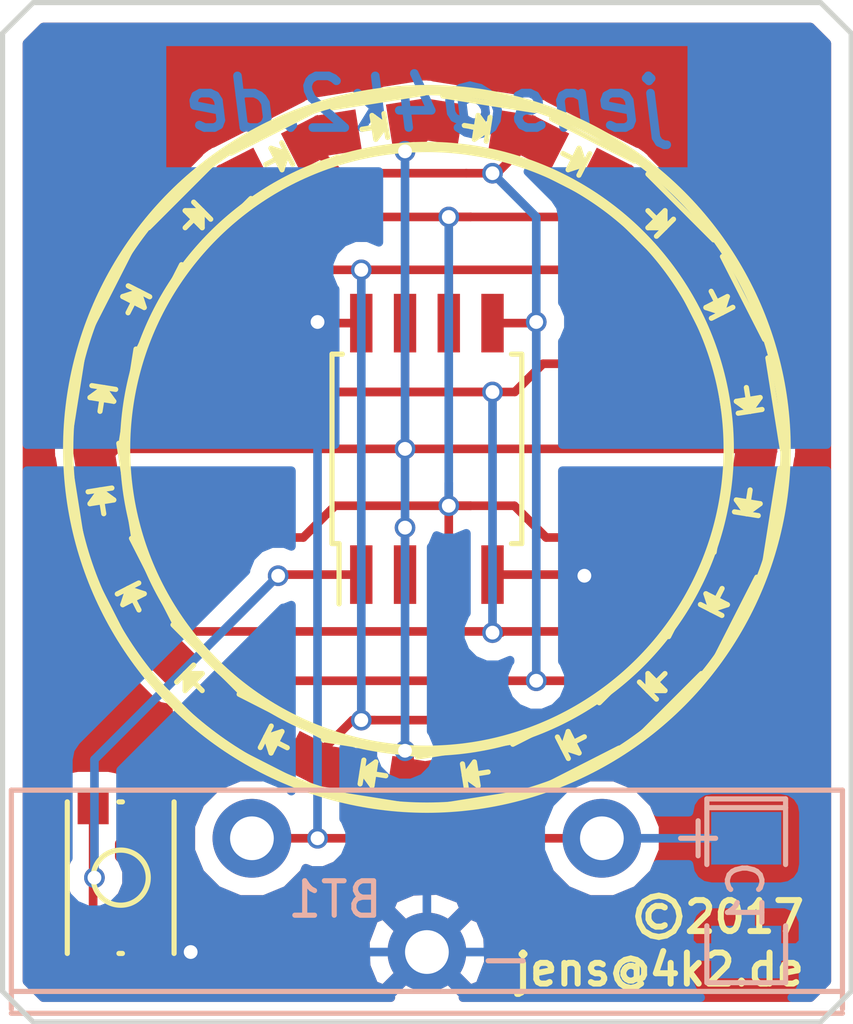
<source format=kicad_pcb>
(kicad_pcb (version 4) (host pcbnew 4.0.5)

  (general
    (links 49)
    (no_connects 0)
    (area 157.612014 86.919999 182.447001 116.661001)
    (thickness 1.6)
    (drawings 13)
    (tracks 161)
    (zones 0)
    (modules 24)
    (nets 9)
  )

  (page A4)
  (title_block
    (title "ATTiny 20 LEDs Ring")
    (date 2017-03-31)
    (rev 1.0)
    (company "Jens Hauke")
  )

  (layers
    (0 F.Cu signal)
    (31 B.Cu signal)
    (32 B.Adhes user)
    (33 F.Adhes user)
    (34 B.Paste user)
    (35 F.Paste user)
    (36 B.SilkS user)
    (37 F.SilkS user)
    (38 B.Mask user)
    (39 F.Mask user)
    (40 Dwgs.User user)
    (41 Cmts.User user)
    (42 Eco1.User user)
    (43 Eco2.User user)
    (44 Edge.Cuts user)
    (45 Margin user)
    (46 B.CrtYd user)
    (47 F.CrtYd user)
    (48 B.Fab user)
    (49 F.Fab user)
  )

  (setup
    (last_trace_width 0.25)
    (trace_clearance 0.2)
    (zone_clearance 0.508)
    (zone_45_only no)
    (trace_min 0.2)
    (segment_width 0.2)
    (edge_width 0.15)
    (via_size 0.6)
    (via_drill 0.4)
    (via_min_size 0.4)
    (via_min_drill 0.3)
    (uvia_size 0.3)
    (uvia_drill 0.1)
    (uvias_allowed no)
    (uvia_min_size 0.2)
    (uvia_min_drill 0.1)
    (pcb_text_width 0.3)
    (pcb_text_size 1.5 1.5)
    (mod_edge_width 0.15)
    (mod_text_size 1 1)
    (mod_text_width 0.15)
    (pad_size 1.19888 1.19888)
    (pad_drill 0)
    (pad_to_mask_clearance 0.2)
    (aux_axis_origin 0 0)
    (visible_elements FFFFFF7F)
    (pcbplotparams
      (layerselection 0x010e0_80000001)
      (usegerberextensions false)
      (excludeedgelayer true)
      (linewidth 0.100000)
      (plotframeref false)
      (viasonmask false)
      (mode 1)
      (useauxorigin false)
      (hpglpennumber 1)
      (hpglpenspeed 20)
      (hpglpendiameter 15)
      (hpglpenoverlay 2)
      (psnegative false)
      (psa4output false)
      (plotreference true)
      (plotvalue true)
      (plotinvisibletext false)
      (padsonsilk false)
      (subtractmaskfromsilk false)
      (outputformat 1)
      (mirror false)
      (drillshape 0)
      (scaleselection 1)
      (outputdirectory gerber/))
  )

  (net 0 "")
  (net 1 "Net-(D1-Pad1)")
  (net 2 "Net-(IC1-Pad1)")
  (net 3 "Net-(D0-Pad2)")
  (net 4 "Net-(D0-Pad1)")
  (net 5 "Net-(D10-Pad1)")
  (net 6 "Net-(D12-Pad1)")
  (net 7 GND)
  (net 8 +3V3)

  (net_class Default "This is the default net class."
    (clearance 0.2)
    (trace_width 0.25)
    (via_dia 0.6)
    (via_drill 0.4)
    (uvia_dia 0.3)
    (uvia_drill 0.1)
    (add_net +3V3)
    (add_net GND)
    (add_net "Net-(D0-Pad1)")
    (add_net "Net-(D0-Pad2)")
    (add_net "Net-(D1-Pad1)")
    (add_net "Net-(D10-Pad1)")
    (add_net "Net-(D12-Pad1)")
    (add_net "Net-(IC1-Pad1)")
  )

  (module LEDs:LED_0805 (layer F.Cu) (tedit 58DE3698) (tstamp 58DBE1E5)
    (at 171.486 90.617 171)
    (descr "LED 0805 smd package")
    (tags "LED 0805 SMD")
    (path /58DBD82F)
    (attr smd)
    (fp_text reference D0 (at 0 -1.75 171) (layer F.SilkS) hide
      (effects (font (size 1 1) (thickness 0.15)))
    )
    (fp_text value LED (at 0 1.75 171) (layer F.Fab)
      (effects (font (size 1 1) (thickness 0.15)))
    )
    (fp_line (start -0.4 -0.3) (end -0.4 0.3) (layer F.Fab) (width 0.15))
    (fp_line (start -0.3 0) (end 0 -0.3) (layer F.Fab) (width 0.15))
    (fp_line (start 0 0.3) (end -0.3 0) (layer F.Fab) (width 0.15))
    (fp_line (start 0 -0.3) (end 0 0.3) (layer F.Fab) (width 0.15))
    (fp_line (start 1 -0.6) (end -1 -0.6) (layer F.Fab) (width 0.15))
    (fp_line (start 1 0.6) (end 1 -0.6) (layer F.Fab) (width 0.15))
    (fp_line (start -1 0.6) (end 1 0.6) (layer F.Fab) (width 0.15))
    (fp_line (start -1 -0.6) (end -1 0.6) (layer F.Fab) (width 0.15))
    (fp_line (start -1.6 0.75) (end 1.1 0.75) (layer F.SilkS) (width 0.15))
    (fp_line (start -1.6 -0.75) (end 1.1 -0.75) (layer F.SilkS) (width 0.15))
    (fp_line (start -0.1 0.15) (end -0.1 -0.1) (layer F.SilkS) (width 0.15))
    (fp_line (start -0.1 -0.1) (end -0.25 0.05) (layer F.SilkS) (width 0.15))
    (fp_line (start -0.35 -0.35) (end -0.35 0.35) (layer F.SilkS) (width 0.15))
    (fp_line (start 0 0) (end 0.35 0) (layer F.SilkS) (width 0.15))
    (fp_line (start -0.35 0) (end 0 -0.35) (layer F.SilkS) (width 0.15))
    (fp_line (start 0 -0.35) (end 0 0.35) (layer F.SilkS) (width 0.15))
    (fp_line (start 0 0.35) (end -0.35 0) (layer F.SilkS) (width 0.15))
    (fp_line (start 1.9 -0.95) (end 1.9 0.95) (layer F.CrtYd) (width 0.05))
    (fp_line (start 1.9 0.95) (end -1.9 0.95) (layer F.CrtYd) (width 0.05))
    (fp_line (start -1.9 0.95) (end -1.9 -0.95) (layer F.CrtYd) (width 0.05))
    (fp_line (start -1.9 -0.95) (end 1.9 -0.95) (layer F.CrtYd) (width 0.05))
    (pad 2 smd rect (at 1.04902 0 351) (size 1.19888 1.19888) (layers F.Cu F.Paste F.Mask)
      (net 3 "Net-(D0-Pad2)"))
    (pad 1 smd rect (at -1.04902 0 351) (size 1.19888 1.19888) (layers F.Cu F.Paste F.Mask)
      (net 4 "Net-(D0-Pad1)"))
    (model LEDs.3dshapes/LED_0805.wrl
      (at (xyz 0 0 0))
      (scale (xyz 1 1 1))
      (rotate (xyz 0 0 0))
    )
  )

  (module LEDs:LED_0805 (layer F.Cu) (tedit 58DE369E) (tstamp 58DBE1EB)
    (at 174.313 91.5354 153)
    (descr "LED 0805 smd package")
    (tags "LED 0805 SMD")
    (path /58DBDCEE)
    (attr smd)
    (fp_text reference D1 (at 0 -1.75 153) (layer F.SilkS) hide
      (effects (font (size 1 1) (thickness 0.15)))
    )
    (fp_text value LED (at 0 1.75 153) (layer F.Fab)
      (effects (font (size 1 1) (thickness 0.15)))
    )
    (fp_line (start -0.4 -0.3) (end -0.4 0.3) (layer F.Fab) (width 0.15))
    (fp_line (start -0.3 0) (end 0 -0.3) (layer F.Fab) (width 0.15))
    (fp_line (start 0 0.3) (end -0.3 0) (layer F.Fab) (width 0.15))
    (fp_line (start 0 -0.3) (end 0 0.3) (layer F.Fab) (width 0.15))
    (fp_line (start 1 -0.6) (end -1 -0.6) (layer F.Fab) (width 0.15))
    (fp_line (start 1 0.6) (end 1 -0.6) (layer F.Fab) (width 0.15))
    (fp_line (start -1 0.6) (end 1 0.6) (layer F.Fab) (width 0.15))
    (fp_line (start -1 -0.6) (end -1 0.6) (layer F.Fab) (width 0.15))
    (fp_line (start -1.6 0.75) (end 1.1 0.75) (layer F.SilkS) (width 0.15))
    (fp_line (start -1.6 -0.75) (end 1.1 -0.75) (layer F.SilkS) (width 0.15))
    (fp_line (start -0.1 0.15) (end -0.1 -0.1) (layer F.SilkS) (width 0.15))
    (fp_line (start -0.1 -0.1) (end -0.25 0.05) (layer F.SilkS) (width 0.15))
    (fp_line (start -0.35 -0.35) (end -0.35 0.35) (layer F.SilkS) (width 0.15))
    (fp_line (start 0 0) (end 0.35 0) (layer F.SilkS) (width 0.15))
    (fp_line (start -0.35 0) (end 0 -0.35) (layer F.SilkS) (width 0.15))
    (fp_line (start 0 -0.35) (end 0 0.35) (layer F.SilkS) (width 0.15))
    (fp_line (start 0 0.35) (end -0.35 0) (layer F.SilkS) (width 0.15))
    (fp_line (start 1.9 -0.95) (end 1.9 0.95) (layer F.CrtYd) (width 0.05))
    (fp_line (start 1.9 0.95) (end -1.9 0.95) (layer F.CrtYd) (width 0.05))
    (fp_line (start -1.9 0.95) (end -1.9 -0.95) (layer F.CrtYd) (width 0.05))
    (fp_line (start -1.9 -0.95) (end 1.9 -0.95) (layer F.CrtYd) (width 0.05))
    (pad 2 smd rect (at 1.04902 0 333) (size 1.19888 1.19888) (layers F.Cu F.Paste F.Mask)
      (net 4 "Net-(D0-Pad1)"))
    (pad 1 smd rect (at -1.04902 0 333) (size 1.19888 1.19888) (layers F.Cu F.Paste F.Mask)
      (net 1 "Net-(D1-Pad1)"))
    (model LEDs.3dshapes/LED_0805.wrl
      (at (xyz 0 0 0))
      (scale (xyz 1 1 1))
      (rotate (xyz 0 0 0))
    )
  )

  (module LEDs:LED_0805 (layer F.Cu) (tedit 58DE36A2) (tstamp 58DBE1F1)
    (at 176.718 93.2825 135)
    (descr "LED 0805 smd package")
    (tags "LED 0805 SMD")
    (path /58DBDD1E)
    (attr smd)
    (fp_text reference D2 (at 0 -1.75 135) (layer F.SilkS) hide
      (effects (font (size 1 1) (thickness 0.15)))
    )
    (fp_text value LED (at 0 1.75 135) (layer F.Fab)
      (effects (font (size 1 1) (thickness 0.15)))
    )
    (fp_line (start -0.4 -0.3) (end -0.4 0.3) (layer F.Fab) (width 0.15))
    (fp_line (start -0.3 0) (end 0 -0.3) (layer F.Fab) (width 0.15))
    (fp_line (start 0 0.3) (end -0.3 0) (layer F.Fab) (width 0.15))
    (fp_line (start 0 -0.3) (end 0 0.3) (layer F.Fab) (width 0.15))
    (fp_line (start 1 -0.6) (end -1 -0.6) (layer F.Fab) (width 0.15))
    (fp_line (start 1 0.6) (end 1 -0.6) (layer F.Fab) (width 0.15))
    (fp_line (start -1 0.6) (end 1 0.6) (layer F.Fab) (width 0.15))
    (fp_line (start -1 -0.6) (end -1 0.6) (layer F.Fab) (width 0.15))
    (fp_line (start -1.6 0.75) (end 1.1 0.75) (layer F.SilkS) (width 0.15))
    (fp_line (start -1.6 -0.75) (end 1.1 -0.75) (layer F.SilkS) (width 0.15))
    (fp_line (start -0.1 0.15) (end -0.1 -0.1) (layer F.SilkS) (width 0.15))
    (fp_line (start -0.1 -0.1) (end -0.25 0.05) (layer F.SilkS) (width 0.15))
    (fp_line (start -0.35 -0.35) (end -0.35 0.35) (layer F.SilkS) (width 0.15))
    (fp_line (start 0 0) (end 0.35 0) (layer F.SilkS) (width 0.15))
    (fp_line (start -0.35 0) (end 0 -0.35) (layer F.SilkS) (width 0.15))
    (fp_line (start 0 -0.35) (end 0 0.35) (layer F.SilkS) (width 0.15))
    (fp_line (start 0 0.35) (end -0.35 0) (layer F.SilkS) (width 0.15))
    (fp_line (start 1.9 -0.95) (end 1.9 0.95) (layer F.CrtYd) (width 0.05))
    (fp_line (start 1.9 0.95) (end -1.9 0.95) (layer F.CrtYd) (width 0.05))
    (fp_line (start -1.9 0.95) (end -1.9 -0.95) (layer F.CrtYd) (width 0.05))
    (fp_line (start -1.9 -0.95) (end 1.9 -0.95) (layer F.CrtYd) (width 0.05))
    (pad 2 smd rect (at 1.04902 0 315) (size 1.19888 1.19888) (layers F.Cu F.Paste F.Mask)
      (net 1 "Net-(D1-Pad1)"))
    (pad 1 smd rect (at -1.04902 0 315) (size 1.19888 1.19888) (layers F.Cu F.Paste F.Mask)
      (net 5 "Net-(D10-Pad1)"))
    (model LEDs.3dshapes/LED_0805.wrl
      (at (xyz 0 0 0))
      (scale (xyz 1 1 1))
      (rotate (xyz 0 0 0))
    )
  )

  (module LEDs:LED_0805 (layer F.Cu) (tedit 58DE36A5) (tstamp 58DBE1F7)
    (at 178.465 95.6871 117)
    (descr "LED 0805 smd package")
    (tags "LED 0805 SMD")
    (path /58DBDF2A)
    (attr smd)
    (fp_text reference D3 (at 0 -1.75 117) (layer F.SilkS) hide
      (effects (font (size 1 1) (thickness 0.15)))
    )
    (fp_text value LED (at 0 1.75 117) (layer F.Fab)
      (effects (font (size 1 1) (thickness 0.15)))
    )
    (fp_line (start -0.4 -0.3) (end -0.4 0.3) (layer F.Fab) (width 0.15))
    (fp_line (start -0.3 0) (end 0 -0.3) (layer F.Fab) (width 0.15))
    (fp_line (start 0 0.3) (end -0.3 0) (layer F.Fab) (width 0.15))
    (fp_line (start 0 -0.3) (end 0 0.3) (layer F.Fab) (width 0.15))
    (fp_line (start 1 -0.6) (end -1 -0.6) (layer F.Fab) (width 0.15))
    (fp_line (start 1 0.6) (end 1 -0.6) (layer F.Fab) (width 0.15))
    (fp_line (start -1 0.6) (end 1 0.6) (layer F.Fab) (width 0.15))
    (fp_line (start -1 -0.6) (end -1 0.6) (layer F.Fab) (width 0.15))
    (fp_line (start -1.6 0.75) (end 1.1 0.75) (layer F.SilkS) (width 0.15))
    (fp_line (start -1.6 -0.75) (end 1.1 -0.75) (layer F.SilkS) (width 0.15))
    (fp_line (start -0.1 0.15) (end -0.1 -0.1) (layer F.SilkS) (width 0.15))
    (fp_line (start -0.1 -0.1) (end -0.25 0.05) (layer F.SilkS) (width 0.15))
    (fp_line (start -0.35 -0.35) (end -0.35 0.35) (layer F.SilkS) (width 0.15))
    (fp_line (start 0 0) (end 0.35 0) (layer F.SilkS) (width 0.15))
    (fp_line (start -0.35 0) (end 0 -0.35) (layer F.SilkS) (width 0.15))
    (fp_line (start 0 -0.35) (end 0 0.35) (layer F.SilkS) (width 0.15))
    (fp_line (start 0 0.35) (end -0.35 0) (layer F.SilkS) (width 0.15))
    (fp_line (start 1.9 -0.95) (end 1.9 0.95) (layer F.CrtYd) (width 0.05))
    (fp_line (start 1.9 0.95) (end -1.9 0.95) (layer F.CrtYd) (width 0.05))
    (fp_line (start -1.9 0.95) (end -1.9 -0.95) (layer F.CrtYd) (width 0.05))
    (fp_line (start -1.9 -0.95) (end 1.9 -0.95) (layer F.CrtYd) (width 0.05))
    (pad 2 smd rect (at 1.04902 0 297) (size 1.19888 1.19888) (layers F.Cu F.Paste F.Mask)
      (net 5 "Net-(D10-Pad1)"))
    (pad 1 smd rect (at -1.04902 0 297) (size 1.19888 1.19888) (layers F.Cu F.Paste F.Mask)
      (net 6 "Net-(D12-Pad1)"))
    (model LEDs.3dshapes/LED_0805.wrl
      (at (xyz 0 0 0))
      (scale (xyz 1 1 1))
      (rotate (xyz 0 0 0))
    )
  )

  (module LEDs:LED_0805 (layer F.Cu) (tedit 58DE36A8) (tstamp 58DBE1FD)
    (at 179.383 98.5139 99)
    (descr "LED 0805 smd package")
    (tags "LED 0805 SMD")
    (path /58DBDF63)
    (attr smd)
    (fp_text reference D4 (at 0 -1.75 99) (layer F.SilkS) hide
      (effects (font (size 1 1) (thickness 0.15)))
    )
    (fp_text value LED (at 0 1.75 99) (layer F.Fab)
      (effects (font (size 1 1) (thickness 0.15)))
    )
    (fp_line (start -0.4 -0.3) (end -0.4 0.3) (layer F.Fab) (width 0.15))
    (fp_line (start -0.3 0) (end 0 -0.3) (layer F.Fab) (width 0.15))
    (fp_line (start 0 0.3) (end -0.3 0) (layer F.Fab) (width 0.15))
    (fp_line (start 0 -0.3) (end 0 0.3) (layer F.Fab) (width 0.15))
    (fp_line (start 1 -0.6) (end -1 -0.6) (layer F.Fab) (width 0.15))
    (fp_line (start 1 0.6) (end 1 -0.6) (layer F.Fab) (width 0.15))
    (fp_line (start -1 0.6) (end 1 0.6) (layer F.Fab) (width 0.15))
    (fp_line (start -1 -0.6) (end -1 0.6) (layer F.Fab) (width 0.15))
    (fp_line (start -1.6 0.75) (end 1.1 0.75) (layer F.SilkS) (width 0.15))
    (fp_line (start -1.6 -0.75) (end 1.1 -0.75) (layer F.SilkS) (width 0.15))
    (fp_line (start -0.1 0.15) (end -0.1 -0.1) (layer F.SilkS) (width 0.15))
    (fp_line (start -0.1 -0.1) (end -0.25 0.05) (layer F.SilkS) (width 0.15))
    (fp_line (start -0.35 -0.35) (end -0.35 0.35) (layer F.SilkS) (width 0.15))
    (fp_line (start 0 0) (end 0.35 0) (layer F.SilkS) (width 0.15))
    (fp_line (start -0.35 0) (end 0 -0.35) (layer F.SilkS) (width 0.15))
    (fp_line (start 0 -0.35) (end 0 0.35) (layer F.SilkS) (width 0.15))
    (fp_line (start 0 0.35) (end -0.35 0) (layer F.SilkS) (width 0.15))
    (fp_line (start 1.9 -0.95) (end 1.9 0.95) (layer F.CrtYd) (width 0.05))
    (fp_line (start 1.9 0.95) (end -1.9 0.95) (layer F.CrtYd) (width 0.05))
    (fp_line (start -1.9 0.95) (end -1.9 -0.95) (layer F.CrtYd) (width 0.05))
    (fp_line (start -1.9 -0.95) (end 1.9 -0.95) (layer F.CrtYd) (width 0.05))
    (pad 2 smd rect (at 1.04902 0 279) (size 1.19888 1.19888) (layers F.Cu F.Paste F.Mask)
      (net 6 "Net-(D12-Pad1)"))
    (pad 1 smd rect (at -1.04902 0 279) (size 1.19888 1.19888) (layers F.Cu F.Paste F.Mask)
      (net 3 "Net-(D0-Pad2)"))
    (model LEDs.3dshapes/LED_0805.wrl
      (at (xyz 0 0 0))
      (scale (xyz 1 1 1))
      (rotate (xyz 0 0 0))
    )
  )

  (module LEDs:LED_0805 (layer F.Cu) (tedit 58DE36AB) (tstamp 58DBE203)
    (at 179.383 101.486 81)
    (descr "LED 0805 smd package")
    (tags "LED 0805 SMD")
    (path /58DBDF8D)
    (attr smd)
    (fp_text reference D5 (at 0 -1.75 81) (layer F.SilkS) hide
      (effects (font (size 1 1) (thickness 0.15)))
    )
    (fp_text value LED (at 0 1.75 81) (layer F.Fab)
      (effects (font (size 1 1) (thickness 0.15)))
    )
    (fp_line (start -0.4 -0.3) (end -0.4 0.3) (layer F.Fab) (width 0.15))
    (fp_line (start -0.3 0) (end 0 -0.3) (layer F.Fab) (width 0.15))
    (fp_line (start 0 0.3) (end -0.3 0) (layer F.Fab) (width 0.15))
    (fp_line (start 0 -0.3) (end 0 0.3) (layer F.Fab) (width 0.15))
    (fp_line (start 1 -0.6) (end -1 -0.6) (layer F.Fab) (width 0.15))
    (fp_line (start 1 0.6) (end 1 -0.6) (layer F.Fab) (width 0.15))
    (fp_line (start -1 0.6) (end 1 0.6) (layer F.Fab) (width 0.15))
    (fp_line (start -1 -0.6) (end -1 0.6) (layer F.Fab) (width 0.15))
    (fp_line (start -1.6 0.75) (end 1.1 0.75) (layer F.SilkS) (width 0.15))
    (fp_line (start -1.6 -0.75) (end 1.1 -0.75) (layer F.SilkS) (width 0.15))
    (fp_line (start -0.1 0.15) (end -0.1 -0.1) (layer F.SilkS) (width 0.15))
    (fp_line (start -0.1 -0.1) (end -0.25 0.05) (layer F.SilkS) (width 0.15))
    (fp_line (start -0.35 -0.35) (end -0.35 0.35) (layer F.SilkS) (width 0.15))
    (fp_line (start 0 0) (end 0.35 0) (layer F.SilkS) (width 0.15))
    (fp_line (start -0.35 0) (end 0 -0.35) (layer F.SilkS) (width 0.15))
    (fp_line (start 0 -0.35) (end 0 0.35) (layer F.SilkS) (width 0.15))
    (fp_line (start 0 0.35) (end -0.35 0) (layer F.SilkS) (width 0.15))
    (fp_line (start 1.9 -0.95) (end 1.9 0.95) (layer F.CrtYd) (width 0.05))
    (fp_line (start 1.9 0.95) (end -1.9 0.95) (layer F.CrtYd) (width 0.05))
    (fp_line (start -1.9 0.95) (end -1.9 -0.95) (layer F.CrtYd) (width 0.05))
    (fp_line (start -1.9 -0.95) (end 1.9 -0.95) (layer F.CrtYd) (width 0.05))
    (pad 2 smd rect (at 1.04902 0 261) (size 1.19888 1.19888) (layers F.Cu F.Paste F.Mask)
      (net 3 "Net-(D0-Pad2)"))
    (pad 1 smd rect (at -1.04902 0 261) (size 1.19888 1.19888) (layers F.Cu F.Paste F.Mask)
      (net 1 "Net-(D1-Pad1)"))
    (model LEDs.3dshapes/LED_0805.wrl
      (at (xyz 0 0 0))
      (scale (xyz 1 1 1))
      (rotate (xyz 0 0 0))
    )
  )

  (module LEDs:LED_0805 (layer F.Cu) (tedit 58DE36AE) (tstamp 58DBE209)
    (at 178.465 104.313 63)
    (descr "LED 0805 smd package")
    (tags "LED 0805 SMD")
    (path /58DBDFCC)
    (attr smd)
    (fp_text reference D6 (at 0 -1.75 63) (layer F.SilkS) hide
      (effects (font (size 1 1) (thickness 0.15)))
    )
    (fp_text value LED (at 0 1.75 63) (layer F.Fab)
      (effects (font (size 1 1) (thickness 0.15)))
    )
    (fp_line (start -0.4 -0.3) (end -0.4 0.3) (layer F.Fab) (width 0.15))
    (fp_line (start -0.3 0) (end 0 -0.3) (layer F.Fab) (width 0.15))
    (fp_line (start 0 0.3) (end -0.3 0) (layer F.Fab) (width 0.15))
    (fp_line (start 0 -0.3) (end 0 0.3) (layer F.Fab) (width 0.15))
    (fp_line (start 1 -0.6) (end -1 -0.6) (layer F.Fab) (width 0.15))
    (fp_line (start 1 0.6) (end 1 -0.6) (layer F.Fab) (width 0.15))
    (fp_line (start -1 0.6) (end 1 0.6) (layer F.Fab) (width 0.15))
    (fp_line (start -1 -0.6) (end -1 0.6) (layer F.Fab) (width 0.15))
    (fp_line (start -1.6 0.75) (end 1.1 0.75) (layer F.SilkS) (width 0.15))
    (fp_line (start -1.6 -0.75) (end 1.1 -0.75) (layer F.SilkS) (width 0.15))
    (fp_line (start -0.1 0.15) (end -0.1 -0.1) (layer F.SilkS) (width 0.15))
    (fp_line (start -0.1 -0.1) (end -0.25 0.05) (layer F.SilkS) (width 0.15))
    (fp_line (start -0.35 -0.35) (end -0.35 0.35) (layer F.SilkS) (width 0.15))
    (fp_line (start 0 0) (end 0.35 0) (layer F.SilkS) (width 0.15))
    (fp_line (start -0.35 0) (end 0 -0.35) (layer F.SilkS) (width 0.15))
    (fp_line (start 0 -0.35) (end 0 0.35) (layer F.SilkS) (width 0.15))
    (fp_line (start 0 0.35) (end -0.35 0) (layer F.SilkS) (width 0.15))
    (fp_line (start 1.9 -0.95) (end 1.9 0.95) (layer F.CrtYd) (width 0.05))
    (fp_line (start 1.9 0.95) (end -1.9 0.95) (layer F.CrtYd) (width 0.05))
    (fp_line (start -1.9 0.95) (end -1.9 -0.95) (layer F.CrtYd) (width 0.05))
    (fp_line (start -1.9 -0.95) (end 1.9 -0.95) (layer F.CrtYd) (width 0.05))
    (pad 2 smd rect (at 1.04902 0 243) (size 1.19888 1.19888) (layers F.Cu F.Paste F.Mask)
      (net 1 "Net-(D1-Pad1)"))
    (pad 1 smd rect (at -1.04902 0 243) (size 1.19888 1.19888) (layers F.Cu F.Paste F.Mask)
      (net 6 "Net-(D12-Pad1)"))
    (model LEDs.3dshapes/LED_0805.wrl
      (at (xyz 0 0 0))
      (scale (xyz 1 1 1))
      (rotate (xyz 0 0 0))
    )
  )

  (module LEDs:LED_0805 (layer F.Cu) (tedit 58DE36B3) (tstamp 58DBE20F)
    (at 176.718 106.718 45)
    (descr "LED 0805 smd package")
    (tags "LED 0805 SMD")
    (path /58DBDFFC)
    (attr smd)
    (fp_text reference D7 (at 0 -1.75 45) (layer F.SilkS) hide
      (effects (font (size 1 1) (thickness 0.15)))
    )
    (fp_text value LED (at 0 1.75 45) (layer F.Fab)
      (effects (font (size 1 1) (thickness 0.15)))
    )
    (fp_line (start -0.4 -0.3) (end -0.4 0.3) (layer F.Fab) (width 0.15))
    (fp_line (start -0.3 0) (end 0 -0.3) (layer F.Fab) (width 0.15))
    (fp_line (start 0 0.3) (end -0.3 0) (layer F.Fab) (width 0.15))
    (fp_line (start 0 -0.3) (end 0 0.3) (layer F.Fab) (width 0.15))
    (fp_line (start 1 -0.6) (end -1 -0.6) (layer F.Fab) (width 0.15))
    (fp_line (start 1 0.6) (end 1 -0.6) (layer F.Fab) (width 0.15))
    (fp_line (start -1 0.6) (end 1 0.6) (layer F.Fab) (width 0.15))
    (fp_line (start -1 -0.6) (end -1 0.6) (layer F.Fab) (width 0.15))
    (fp_line (start -1.6 0.75) (end 1.1 0.75) (layer F.SilkS) (width 0.15))
    (fp_line (start -1.6 -0.75) (end 1.1 -0.75) (layer F.SilkS) (width 0.15))
    (fp_line (start -0.1 0.15) (end -0.1 -0.1) (layer F.SilkS) (width 0.15))
    (fp_line (start -0.1 -0.1) (end -0.25 0.05) (layer F.SilkS) (width 0.15))
    (fp_line (start -0.35 -0.35) (end -0.35 0.35) (layer F.SilkS) (width 0.15))
    (fp_line (start 0 0) (end 0.35 0) (layer F.SilkS) (width 0.15))
    (fp_line (start -0.35 0) (end 0 -0.35) (layer F.SilkS) (width 0.15))
    (fp_line (start 0 -0.35) (end 0 0.35) (layer F.SilkS) (width 0.15))
    (fp_line (start 0 0.35) (end -0.35 0) (layer F.SilkS) (width 0.15))
    (fp_line (start 1.9 -0.95) (end 1.9 0.95) (layer F.CrtYd) (width 0.05))
    (fp_line (start 1.9 0.95) (end -1.9 0.95) (layer F.CrtYd) (width 0.05))
    (fp_line (start -1.9 0.95) (end -1.9 -0.95) (layer F.CrtYd) (width 0.05))
    (fp_line (start -1.9 -0.95) (end 1.9 -0.95) (layer F.CrtYd) (width 0.05))
    (pad 2 smd rect (at 1.04902 0 225) (size 1.19888 1.19888) (layers F.Cu F.Paste F.Mask)
      (net 6 "Net-(D12-Pad1)"))
    (pad 1 smd rect (at -1.04902 0 225) (size 1.19888 1.19888) (layers F.Cu F.Paste F.Mask)
      (net 4 "Net-(D0-Pad1)"))
    (model LEDs.3dshapes/LED_0805.wrl
      (at (xyz 0 0 0))
      (scale (xyz 1 1 1))
      (rotate (xyz 0 0 0))
    )
  )

  (module LEDs:LED_0805 (layer F.Cu) (tedit 58DE36BF) (tstamp 58DBE215)
    (at 174.313 108.465 27)
    (descr "LED 0805 smd package")
    (tags "LED 0805 SMD")
    (path /58DBE02F)
    (attr smd)
    (fp_text reference D8 (at 0 -1.75 27) (layer F.SilkS) hide
      (effects (font (size 1 1) (thickness 0.15)))
    )
    (fp_text value LED (at 0 1.75 27) (layer F.Fab)
      (effects (font (size 1 1) (thickness 0.15)))
    )
    (fp_line (start -0.4 -0.3) (end -0.4 0.3) (layer F.Fab) (width 0.15))
    (fp_line (start -0.3 0) (end 0 -0.3) (layer F.Fab) (width 0.15))
    (fp_line (start 0 0.3) (end -0.3 0) (layer F.Fab) (width 0.15))
    (fp_line (start 0 -0.3) (end 0 0.3) (layer F.Fab) (width 0.15))
    (fp_line (start 1 -0.6) (end -1 -0.6) (layer F.Fab) (width 0.15))
    (fp_line (start 1 0.6) (end 1 -0.6) (layer F.Fab) (width 0.15))
    (fp_line (start -1 0.6) (end 1 0.6) (layer F.Fab) (width 0.15))
    (fp_line (start -1 -0.6) (end -1 0.6) (layer F.Fab) (width 0.15))
    (fp_line (start -1.6 0.75) (end 1.1 0.75) (layer F.SilkS) (width 0.15))
    (fp_line (start -1.6 -0.75) (end 1.1 -0.75) (layer F.SilkS) (width 0.15))
    (fp_line (start -0.1 0.15) (end -0.1 -0.1) (layer F.SilkS) (width 0.15))
    (fp_line (start -0.1 -0.1) (end -0.25 0.05) (layer F.SilkS) (width 0.15))
    (fp_line (start -0.35 -0.35) (end -0.35 0.35) (layer F.SilkS) (width 0.15))
    (fp_line (start 0 0) (end 0.35 0) (layer F.SilkS) (width 0.15))
    (fp_line (start -0.35 0) (end 0 -0.35) (layer F.SilkS) (width 0.15))
    (fp_line (start 0 -0.35) (end 0 0.35) (layer F.SilkS) (width 0.15))
    (fp_line (start 0 0.35) (end -0.35 0) (layer F.SilkS) (width 0.15))
    (fp_line (start 1.9 -0.95) (end 1.9 0.95) (layer F.CrtYd) (width 0.05))
    (fp_line (start 1.9 0.95) (end -1.9 0.95) (layer F.CrtYd) (width 0.05))
    (fp_line (start -1.9 0.95) (end -1.9 -0.95) (layer F.CrtYd) (width 0.05))
    (fp_line (start -1.9 -0.95) (end 1.9 -0.95) (layer F.CrtYd) (width 0.05))
    (pad 2 smd rect (at 1.04902 0 207) (size 1.19888 1.19888) (layers F.Cu F.Paste F.Mask)
      (net 4 "Net-(D0-Pad1)"))
    (pad 1 smd rect (at -1.04902 0 207) (size 1.19888 1.19888) (layers F.Cu F.Paste F.Mask)
      (net 5 "Net-(D10-Pad1)"))
    (model LEDs.3dshapes/LED_0805.wrl
      (at (xyz 0 0 0))
      (scale (xyz 1 1 1))
      (rotate (xyz 0 0 0))
    )
  )

  (module LEDs:LED_0805 (layer F.Cu) (tedit 58DE36C3) (tstamp 58DBE21B)
    (at 171.486 109.383 9)
    (descr "LED 0805 smd package")
    (tags "LED 0805 SMD")
    (path /58DBE06B)
    (attr smd)
    (fp_text reference D9 (at 0 -1.75 9) (layer F.SilkS) hide
      (effects (font (size 1 1) (thickness 0.15)))
    )
    (fp_text value LED (at 0 1.75 9) (layer F.Fab)
      (effects (font (size 1 1) (thickness 0.15)))
    )
    (fp_line (start -0.4 -0.3) (end -0.4 0.3) (layer F.Fab) (width 0.15))
    (fp_line (start -0.3 0) (end 0 -0.3) (layer F.Fab) (width 0.15))
    (fp_line (start 0 0.3) (end -0.3 0) (layer F.Fab) (width 0.15))
    (fp_line (start 0 -0.3) (end 0 0.3) (layer F.Fab) (width 0.15))
    (fp_line (start 1 -0.6) (end -1 -0.6) (layer F.Fab) (width 0.15))
    (fp_line (start 1 0.6) (end 1 -0.6) (layer F.Fab) (width 0.15))
    (fp_line (start -1 0.6) (end 1 0.6) (layer F.Fab) (width 0.15))
    (fp_line (start -1 -0.6) (end -1 0.6) (layer F.Fab) (width 0.15))
    (fp_line (start -1.6 0.75) (end 1.1 0.75) (layer F.SilkS) (width 0.15))
    (fp_line (start -1.6 -0.75) (end 1.1 -0.75) (layer F.SilkS) (width 0.15))
    (fp_line (start -0.1 0.15) (end -0.1 -0.1) (layer F.SilkS) (width 0.15))
    (fp_line (start -0.1 -0.1) (end -0.25 0.05) (layer F.SilkS) (width 0.15))
    (fp_line (start -0.35 -0.35) (end -0.35 0.35) (layer F.SilkS) (width 0.15))
    (fp_line (start 0 0) (end 0.35 0) (layer F.SilkS) (width 0.15))
    (fp_line (start -0.35 0) (end 0 -0.35) (layer F.SilkS) (width 0.15))
    (fp_line (start 0 -0.35) (end 0 0.35) (layer F.SilkS) (width 0.15))
    (fp_line (start 0 0.35) (end -0.35 0) (layer F.SilkS) (width 0.15))
    (fp_line (start 1.9 -0.95) (end 1.9 0.95) (layer F.CrtYd) (width 0.05))
    (fp_line (start 1.9 0.95) (end -1.9 0.95) (layer F.CrtYd) (width 0.05))
    (fp_line (start -1.9 0.95) (end -1.9 -0.95) (layer F.CrtYd) (width 0.05))
    (fp_line (start -1.9 -0.95) (end 1.9 -0.95) (layer F.CrtYd) (width 0.05))
    (pad 2 smd rect (at 1.04902 0 189) (size 1.19888 1.19888) (layers F.Cu F.Paste F.Mask)
      (net 5 "Net-(D10-Pad1)"))
    (pad 1 smd rect (at -1.04902 0 189) (size 1.19888 1.19888) (layers F.Cu F.Paste F.Mask)
      (net 3 "Net-(D0-Pad2)"))
    (model LEDs.3dshapes/LED_0805.wrl
      (at (xyz 0 0 0))
      (scale (xyz 1 1 1))
      (rotate (xyz 0 0 0))
    )
  )

  (module LEDs:LED_0805 (layer F.Cu) (tedit 58DE36C8) (tstamp 58DBE221)
    (at 168.514 109.383 351)
    (descr "LED 0805 smd package")
    (tags "LED 0805 SMD")
    (path /58DBE0C9)
    (attr smd)
    (fp_text reference D10 (at 0 -1.75 351) (layer F.SilkS) hide
      (effects (font (size 1 1) (thickness 0.15)))
    )
    (fp_text value LED (at 0 1.75 351) (layer F.Fab)
      (effects (font (size 1 1) (thickness 0.15)))
    )
    (fp_line (start -0.4 -0.3) (end -0.4 0.3) (layer F.Fab) (width 0.15))
    (fp_line (start -0.3 0) (end 0 -0.3) (layer F.Fab) (width 0.15))
    (fp_line (start 0 0.3) (end -0.3 0) (layer F.Fab) (width 0.15))
    (fp_line (start 0 -0.3) (end 0 0.3) (layer F.Fab) (width 0.15))
    (fp_line (start 1 -0.6) (end -1 -0.6) (layer F.Fab) (width 0.15))
    (fp_line (start 1 0.6) (end 1 -0.6) (layer F.Fab) (width 0.15))
    (fp_line (start -1 0.6) (end 1 0.6) (layer F.Fab) (width 0.15))
    (fp_line (start -1 -0.6) (end -1 0.6) (layer F.Fab) (width 0.15))
    (fp_line (start -1.6 0.75) (end 1.1 0.75) (layer F.SilkS) (width 0.15))
    (fp_line (start -1.6 -0.75) (end 1.1 -0.75) (layer F.SilkS) (width 0.15))
    (fp_line (start -0.1 0.15) (end -0.1 -0.1) (layer F.SilkS) (width 0.15))
    (fp_line (start -0.1 -0.1) (end -0.25 0.05) (layer F.SilkS) (width 0.15))
    (fp_line (start -0.35 -0.35) (end -0.35 0.35) (layer F.SilkS) (width 0.15))
    (fp_line (start 0 0) (end 0.35 0) (layer F.SilkS) (width 0.15))
    (fp_line (start -0.35 0) (end 0 -0.35) (layer F.SilkS) (width 0.15))
    (fp_line (start 0 -0.35) (end 0 0.35) (layer F.SilkS) (width 0.15))
    (fp_line (start 0 0.35) (end -0.35 0) (layer F.SilkS) (width 0.15))
    (fp_line (start 1.9 -0.95) (end 1.9 0.95) (layer F.CrtYd) (width 0.05))
    (fp_line (start 1.9 0.95) (end -1.9 0.95) (layer F.CrtYd) (width 0.05))
    (fp_line (start -1.9 0.95) (end -1.9 -0.95) (layer F.CrtYd) (width 0.05))
    (fp_line (start -1.9 -0.95) (end 1.9 -0.95) (layer F.CrtYd) (width 0.05))
    (pad 2 smd rect (at 1.04902 0 171) (size 1.19888 1.19888) (layers F.Cu F.Paste F.Mask)
      (net 3 "Net-(D0-Pad2)"))
    (pad 1 smd rect (at -1.04902 0 171) (size 1.19888 1.19888) (layers F.Cu F.Paste F.Mask)
      (net 5 "Net-(D10-Pad1)"))
    (model LEDs.3dshapes/LED_0805.wrl
      (at (xyz 0 0 0))
      (scale (xyz 1 1 1))
      (rotate (xyz 0 0 0))
    )
  )

  (module LEDs:LED_0805 (layer F.Cu) (tedit 58DE36CB) (tstamp 58DBE227)
    (at 165.687 108.465 333)
    (descr "LED 0805 smd package")
    (tags "LED 0805 SMD")
    (path /58DBE195)
    (attr smd)
    (fp_text reference D11 (at 0 -1.75 333) (layer F.SilkS) hide
      (effects (font (size 1 1) (thickness 0.15)))
    )
    (fp_text value LED (at 0 1.75 333) (layer F.Fab)
      (effects (font (size 1 1) (thickness 0.15)))
    )
    (fp_line (start -0.4 -0.3) (end -0.4 0.3) (layer F.Fab) (width 0.15))
    (fp_line (start -0.3 0) (end 0 -0.3) (layer F.Fab) (width 0.15))
    (fp_line (start 0 0.3) (end -0.3 0) (layer F.Fab) (width 0.15))
    (fp_line (start 0 -0.3) (end 0 0.3) (layer F.Fab) (width 0.15))
    (fp_line (start 1 -0.6) (end -1 -0.6) (layer F.Fab) (width 0.15))
    (fp_line (start 1 0.6) (end 1 -0.6) (layer F.Fab) (width 0.15))
    (fp_line (start -1 0.6) (end 1 0.6) (layer F.Fab) (width 0.15))
    (fp_line (start -1 -0.6) (end -1 0.6) (layer F.Fab) (width 0.15))
    (fp_line (start -1.6 0.75) (end 1.1 0.75) (layer F.SilkS) (width 0.15))
    (fp_line (start -1.6 -0.75) (end 1.1 -0.75) (layer F.SilkS) (width 0.15))
    (fp_line (start -0.1 0.15) (end -0.1 -0.1) (layer F.SilkS) (width 0.15))
    (fp_line (start -0.1 -0.1) (end -0.25 0.05) (layer F.SilkS) (width 0.15))
    (fp_line (start -0.35 -0.35) (end -0.35 0.35) (layer F.SilkS) (width 0.15))
    (fp_line (start 0 0) (end 0.35 0) (layer F.SilkS) (width 0.15))
    (fp_line (start -0.35 0) (end 0 -0.35) (layer F.SilkS) (width 0.15))
    (fp_line (start 0 -0.35) (end 0 0.35) (layer F.SilkS) (width 0.15))
    (fp_line (start 0 0.35) (end -0.35 0) (layer F.SilkS) (width 0.15))
    (fp_line (start 1.9 -0.95) (end 1.9 0.95) (layer F.CrtYd) (width 0.05))
    (fp_line (start 1.9 0.95) (end -1.9 0.95) (layer F.CrtYd) (width 0.05))
    (fp_line (start -1.9 0.95) (end -1.9 -0.95) (layer F.CrtYd) (width 0.05))
    (fp_line (start -1.9 -0.95) (end 1.9 -0.95) (layer F.CrtYd) (width 0.05))
    (pad 2 smd rect (at 1.04902 0 153) (size 1.19888 1.19888) (layers F.Cu F.Paste F.Mask)
      (net 5 "Net-(D10-Pad1)"))
    (pad 1 smd rect (at -1.04902 0 153) (size 1.19888 1.19888) (layers F.Cu F.Paste F.Mask)
      (net 4 "Net-(D0-Pad1)"))
    (model LEDs.3dshapes/LED_0805.wrl
      (at (xyz 0 0 0))
      (scale (xyz 1 1 1))
      (rotate (xyz 0 0 0))
    )
  )

  (module LEDs:LED_0805 (layer F.Cu) (tedit 58DE36CF) (tstamp 58DBE22D)
    (at 163.282 106.718 315)
    (descr "LED 0805 smd package")
    (tags "LED 0805 SMD")
    (path /58DBE1D8)
    (attr smd)
    (fp_text reference D12 (at 0 -1.75 315) (layer F.SilkS) hide
      (effects (font (size 1 1) (thickness 0.15)))
    )
    (fp_text value LED (at 0 1.75 315) (layer F.Fab)
      (effects (font (size 1 1) (thickness 0.15)))
    )
    (fp_line (start -0.4 -0.3) (end -0.4 0.3) (layer F.Fab) (width 0.15))
    (fp_line (start -0.3 0) (end 0 -0.3) (layer F.Fab) (width 0.15))
    (fp_line (start 0 0.3) (end -0.3 0) (layer F.Fab) (width 0.15))
    (fp_line (start 0 -0.3) (end 0 0.3) (layer F.Fab) (width 0.15))
    (fp_line (start 1 -0.6) (end -1 -0.6) (layer F.Fab) (width 0.15))
    (fp_line (start 1 0.6) (end 1 -0.6) (layer F.Fab) (width 0.15))
    (fp_line (start -1 0.6) (end 1 0.6) (layer F.Fab) (width 0.15))
    (fp_line (start -1 -0.6) (end -1 0.6) (layer F.Fab) (width 0.15))
    (fp_line (start -1.6 0.75) (end 1.1 0.75) (layer F.SilkS) (width 0.15))
    (fp_line (start -1.6 -0.75) (end 1.1 -0.75) (layer F.SilkS) (width 0.15))
    (fp_line (start -0.1 0.15) (end -0.1 -0.1) (layer F.SilkS) (width 0.15))
    (fp_line (start -0.1 -0.1) (end -0.25 0.05) (layer F.SilkS) (width 0.15))
    (fp_line (start -0.35 -0.35) (end -0.35 0.35) (layer F.SilkS) (width 0.15))
    (fp_line (start 0 0) (end 0.35 0) (layer F.SilkS) (width 0.15))
    (fp_line (start -0.35 0) (end 0 -0.35) (layer F.SilkS) (width 0.15))
    (fp_line (start 0 -0.35) (end 0 0.35) (layer F.SilkS) (width 0.15))
    (fp_line (start 0 0.35) (end -0.35 0) (layer F.SilkS) (width 0.15))
    (fp_line (start 1.9 -0.95) (end 1.9 0.95) (layer F.CrtYd) (width 0.05))
    (fp_line (start 1.9 0.95) (end -1.9 0.95) (layer F.CrtYd) (width 0.05))
    (fp_line (start -1.9 0.95) (end -1.9 -0.95) (layer F.CrtYd) (width 0.05))
    (fp_line (start -1.9 -0.95) (end 1.9 -0.95) (layer F.CrtYd) (width 0.05))
    (pad 2 smd rect (at 1.04902 0 135) (size 1.19888 1.19888) (layers F.Cu F.Paste F.Mask)
      (net 4 "Net-(D0-Pad1)"))
    (pad 1 smd rect (at -1.04902 0 135) (size 1.19888 1.19888) (layers F.Cu F.Paste F.Mask)
      (net 6 "Net-(D12-Pad1)"))
    (model LEDs.3dshapes/LED_0805.wrl
      (at (xyz 0 0 0))
      (scale (xyz 1 1 1))
      (rotate (xyz 0 0 0))
    )
  )

  (module LEDs:LED_0805 (layer F.Cu) (tedit 58DE36D3) (tstamp 58DBE233)
    (at 161.535 104.313 297)
    (descr "LED 0805 smd package")
    (tags "LED 0805 SMD")
    (path /58DBE218)
    (attr smd)
    (fp_text reference D13 (at 0 -1.75 297) (layer F.SilkS) hide
      (effects (font (size 1 1) (thickness 0.15)))
    )
    (fp_text value LED (at 0 1.75 297) (layer F.Fab)
      (effects (font (size 1 1) (thickness 0.15)))
    )
    (fp_line (start -0.4 -0.3) (end -0.4 0.3) (layer F.Fab) (width 0.15))
    (fp_line (start -0.3 0) (end 0 -0.3) (layer F.Fab) (width 0.15))
    (fp_line (start 0 0.3) (end -0.3 0) (layer F.Fab) (width 0.15))
    (fp_line (start 0 -0.3) (end 0 0.3) (layer F.Fab) (width 0.15))
    (fp_line (start 1 -0.6) (end -1 -0.6) (layer F.Fab) (width 0.15))
    (fp_line (start 1 0.6) (end 1 -0.6) (layer F.Fab) (width 0.15))
    (fp_line (start -1 0.6) (end 1 0.6) (layer F.Fab) (width 0.15))
    (fp_line (start -1 -0.6) (end -1 0.6) (layer F.Fab) (width 0.15))
    (fp_line (start -1.6 0.75) (end 1.1 0.75) (layer F.SilkS) (width 0.15))
    (fp_line (start -1.6 -0.75) (end 1.1 -0.75) (layer F.SilkS) (width 0.15))
    (fp_line (start -0.1 0.15) (end -0.1 -0.1) (layer F.SilkS) (width 0.15))
    (fp_line (start -0.1 -0.1) (end -0.25 0.05) (layer F.SilkS) (width 0.15))
    (fp_line (start -0.35 -0.35) (end -0.35 0.35) (layer F.SilkS) (width 0.15))
    (fp_line (start 0 0) (end 0.35 0) (layer F.SilkS) (width 0.15))
    (fp_line (start -0.35 0) (end 0 -0.35) (layer F.SilkS) (width 0.15))
    (fp_line (start 0 -0.35) (end 0 0.35) (layer F.SilkS) (width 0.15))
    (fp_line (start 0 0.35) (end -0.35 0) (layer F.SilkS) (width 0.15))
    (fp_line (start 1.9 -0.95) (end 1.9 0.95) (layer F.CrtYd) (width 0.05))
    (fp_line (start 1.9 0.95) (end -1.9 0.95) (layer F.CrtYd) (width 0.05))
    (fp_line (start -1.9 0.95) (end -1.9 -0.95) (layer F.CrtYd) (width 0.05))
    (fp_line (start -1.9 -0.95) (end 1.9 -0.95) (layer F.CrtYd) (width 0.05))
    (pad 2 smd rect (at 1.04902 0 117) (size 1.19888 1.19888) (layers F.Cu F.Paste F.Mask)
      (net 6 "Net-(D12-Pad1)"))
    (pad 1 smd rect (at -1.04902 0 117) (size 1.19888 1.19888) (layers F.Cu F.Paste F.Mask)
      (net 1 "Net-(D1-Pad1)"))
    (model LEDs.3dshapes/LED_0805.wrl
      (at (xyz 0 0 0))
      (scale (xyz 1 1 1))
      (rotate (xyz 0 0 0))
    )
  )

  (module LEDs:LED_0805 (layer F.Cu) (tedit 58DE36D7) (tstamp 58DBE239)
    (at 160.617 101.486 279)
    (descr "LED 0805 smd package")
    (tags "LED 0805 SMD")
    (path /58DBE263)
    (attr smd)
    (fp_text reference D14 (at 0 -1.75 279) (layer F.SilkS) hide
      (effects (font (size 1 1) (thickness 0.15)))
    )
    (fp_text value LED (at 0 1.75 279) (layer F.Fab)
      (effects (font (size 1 1) (thickness 0.15)))
    )
    (fp_line (start -0.4 -0.3) (end -0.4 0.3) (layer F.Fab) (width 0.15))
    (fp_line (start -0.3 0) (end 0 -0.3) (layer F.Fab) (width 0.15))
    (fp_line (start 0 0.3) (end -0.3 0) (layer F.Fab) (width 0.15))
    (fp_line (start 0 -0.3) (end 0 0.3) (layer F.Fab) (width 0.15))
    (fp_line (start 1 -0.6) (end -1 -0.6) (layer F.Fab) (width 0.15))
    (fp_line (start 1 0.6) (end 1 -0.6) (layer F.Fab) (width 0.15))
    (fp_line (start -1 0.6) (end 1 0.6) (layer F.Fab) (width 0.15))
    (fp_line (start -1 -0.6) (end -1 0.6) (layer F.Fab) (width 0.15))
    (fp_line (start -1.6 0.75) (end 1.1 0.75) (layer F.SilkS) (width 0.15))
    (fp_line (start -1.6 -0.75) (end 1.1 -0.75) (layer F.SilkS) (width 0.15))
    (fp_line (start -0.1 0.15) (end -0.1 -0.1) (layer F.SilkS) (width 0.15))
    (fp_line (start -0.1 -0.1) (end -0.25 0.05) (layer F.SilkS) (width 0.15))
    (fp_line (start -0.35 -0.35) (end -0.35 0.35) (layer F.SilkS) (width 0.15))
    (fp_line (start 0 0) (end 0.35 0) (layer F.SilkS) (width 0.15))
    (fp_line (start -0.35 0) (end 0 -0.35) (layer F.SilkS) (width 0.15))
    (fp_line (start 0 -0.35) (end 0 0.35) (layer F.SilkS) (width 0.15))
    (fp_line (start 0 0.35) (end -0.35 0) (layer F.SilkS) (width 0.15))
    (fp_line (start 1.9 -0.95) (end 1.9 0.95) (layer F.CrtYd) (width 0.05))
    (fp_line (start 1.9 0.95) (end -1.9 0.95) (layer F.CrtYd) (width 0.05))
    (fp_line (start -1.9 0.95) (end -1.9 -0.95) (layer F.CrtYd) (width 0.05))
    (fp_line (start -1.9 -0.95) (end 1.9 -0.95) (layer F.CrtYd) (width 0.05))
    (pad 2 smd rect (at 1.04902 0 99) (size 1.19888 1.19888) (layers F.Cu F.Paste F.Mask)
      (net 1 "Net-(D1-Pad1)"))
    (pad 1 smd rect (at -1.04902 0 99) (size 1.19888 1.19888) (layers F.Cu F.Paste F.Mask)
      (net 3 "Net-(D0-Pad2)"))
    (model LEDs.3dshapes/LED_0805.wrl
      (at (xyz 0 0 0))
      (scale (xyz 1 1 1))
      (rotate (xyz 0 0 0))
    )
  )

  (module LEDs:LED_0805 (layer F.Cu) (tedit 58DE36DB) (tstamp 58DBE23F)
    (at 160.617 98.5139 261)
    (descr "LED 0805 smd package")
    (tags "LED 0805 SMD")
    (path /58DBE2AB)
    (attr smd)
    (fp_text reference D15 (at 0 -1.75 261) (layer F.SilkS) hide
      (effects (font (size 1 1) (thickness 0.15)))
    )
    (fp_text value LED (at 0 1.75 261) (layer F.Fab)
      (effects (font (size 1 1) (thickness 0.15)))
    )
    (fp_line (start -0.4 -0.3) (end -0.4 0.3) (layer F.Fab) (width 0.15))
    (fp_line (start -0.3 0) (end 0 -0.3) (layer F.Fab) (width 0.15))
    (fp_line (start 0 0.3) (end -0.3 0) (layer F.Fab) (width 0.15))
    (fp_line (start 0 -0.3) (end 0 0.3) (layer F.Fab) (width 0.15))
    (fp_line (start 1 -0.6) (end -1 -0.6) (layer F.Fab) (width 0.15))
    (fp_line (start 1 0.6) (end 1 -0.6) (layer F.Fab) (width 0.15))
    (fp_line (start -1 0.6) (end 1 0.6) (layer F.Fab) (width 0.15))
    (fp_line (start -1 -0.6) (end -1 0.6) (layer F.Fab) (width 0.15))
    (fp_line (start -1.6 0.75) (end 1.1 0.75) (layer F.SilkS) (width 0.15))
    (fp_line (start -1.6 -0.75) (end 1.1 -0.75) (layer F.SilkS) (width 0.15))
    (fp_line (start -0.1 0.15) (end -0.1 -0.1) (layer F.SilkS) (width 0.15))
    (fp_line (start -0.1 -0.1) (end -0.25 0.05) (layer F.SilkS) (width 0.15))
    (fp_line (start -0.35 -0.35) (end -0.35 0.35) (layer F.SilkS) (width 0.15))
    (fp_line (start 0 0) (end 0.35 0) (layer F.SilkS) (width 0.15))
    (fp_line (start -0.35 0) (end 0 -0.35) (layer F.SilkS) (width 0.15))
    (fp_line (start 0 -0.35) (end 0 0.35) (layer F.SilkS) (width 0.15))
    (fp_line (start 0 0.35) (end -0.35 0) (layer F.SilkS) (width 0.15))
    (fp_line (start 1.9 -0.95) (end 1.9 0.95) (layer F.CrtYd) (width 0.05))
    (fp_line (start 1.9 0.95) (end -1.9 0.95) (layer F.CrtYd) (width 0.05))
    (fp_line (start -1.9 0.95) (end -1.9 -0.95) (layer F.CrtYd) (width 0.05))
    (fp_line (start -1.9 -0.95) (end 1.9 -0.95) (layer F.CrtYd) (width 0.05))
    (pad 2 smd rect (at 1.04902 0 81) (size 1.19888 1.19888) (layers F.Cu F.Paste F.Mask)
      (net 3 "Net-(D0-Pad2)"))
    (pad 1 smd rect (at -1.04902 0 81) (size 1.19888 1.19888) (layers F.Cu F.Paste F.Mask)
      (net 6 "Net-(D12-Pad1)"))
    (model LEDs.3dshapes/LED_0805.wrl
      (at (xyz 0 0 0))
      (scale (xyz 1 1 1))
      (rotate (xyz 0 0 0))
    )
  )

  (module LEDs:LED_0805 (layer F.Cu) (tedit 58DE36DF) (tstamp 58DBE245)
    (at 161.535 95.6871 243)
    (descr "LED 0805 smd package")
    (tags "LED 0805 SMD")
    (path /58DBE379)
    (attr smd)
    (fp_text reference D16 (at 0 -1.75 243) (layer F.SilkS) hide
      (effects (font (size 1 1) (thickness 0.15)))
    )
    (fp_text value LED (at 0 1.75 243) (layer F.Fab)
      (effects (font (size 1 1) (thickness 0.15)))
    )
    (fp_line (start -0.4 -0.3) (end -0.4 0.3) (layer F.Fab) (width 0.15))
    (fp_line (start -0.3 0) (end 0 -0.3) (layer F.Fab) (width 0.15))
    (fp_line (start 0 0.3) (end -0.3 0) (layer F.Fab) (width 0.15))
    (fp_line (start 0 -0.3) (end 0 0.3) (layer F.Fab) (width 0.15))
    (fp_line (start 1 -0.6) (end -1 -0.6) (layer F.Fab) (width 0.15))
    (fp_line (start 1 0.6) (end 1 -0.6) (layer F.Fab) (width 0.15))
    (fp_line (start -1 0.6) (end 1 0.6) (layer F.Fab) (width 0.15))
    (fp_line (start -1 -0.6) (end -1 0.6) (layer F.Fab) (width 0.15))
    (fp_line (start -1.6 0.75) (end 1.1 0.75) (layer F.SilkS) (width 0.15))
    (fp_line (start -1.6 -0.75) (end 1.1 -0.75) (layer F.SilkS) (width 0.15))
    (fp_line (start -0.1 0.15) (end -0.1 -0.1) (layer F.SilkS) (width 0.15))
    (fp_line (start -0.1 -0.1) (end -0.25 0.05) (layer F.SilkS) (width 0.15))
    (fp_line (start -0.35 -0.35) (end -0.35 0.35) (layer F.SilkS) (width 0.15))
    (fp_line (start 0 0) (end 0.35 0) (layer F.SilkS) (width 0.15))
    (fp_line (start -0.35 0) (end 0 -0.35) (layer F.SilkS) (width 0.15))
    (fp_line (start 0 -0.35) (end 0 0.35) (layer F.SilkS) (width 0.15))
    (fp_line (start 0 0.35) (end -0.35 0) (layer F.SilkS) (width 0.15))
    (fp_line (start 1.9 -0.95) (end 1.9 0.95) (layer F.CrtYd) (width 0.05))
    (fp_line (start 1.9 0.95) (end -1.9 0.95) (layer F.CrtYd) (width 0.05))
    (fp_line (start -1.9 0.95) (end -1.9 -0.95) (layer F.CrtYd) (width 0.05))
    (fp_line (start -1.9 -0.95) (end 1.9 -0.95) (layer F.CrtYd) (width 0.05))
    (pad 2 smd rect (at 1.04902 0 63) (size 1.19888 1.19888) (layers F.Cu F.Paste F.Mask)
      (net 6 "Net-(D12-Pad1)"))
    (pad 1 smd rect (at -1.04902 0 63) (size 1.19888 1.19888) (layers F.Cu F.Paste F.Mask)
      (net 5 "Net-(D10-Pad1)"))
    (model LEDs.3dshapes/LED_0805.wrl
      (at (xyz 0 0 0))
      (scale (xyz 1 1 1))
      (rotate (xyz 0 0 0))
    )
  )

  (module LEDs:LED_0805 (layer F.Cu) (tedit 58DE36E3) (tstamp 58DBE24B)
    (at 163.282 93.2825 225)
    (descr "LED 0805 smd package")
    (tags "LED 0805 SMD")
    (path /58DBE3CB)
    (attr smd)
    (fp_text reference D17 (at 0 -1.75 225) (layer F.SilkS) hide
      (effects (font (size 1 1) (thickness 0.15)))
    )
    (fp_text value LED (at 0 1.75 225) (layer F.Fab)
      (effects (font (size 1 1) (thickness 0.15)))
    )
    (fp_line (start -0.4 -0.3) (end -0.4 0.3) (layer F.Fab) (width 0.15))
    (fp_line (start -0.3 0) (end 0 -0.3) (layer F.Fab) (width 0.15))
    (fp_line (start 0 0.3) (end -0.3 0) (layer F.Fab) (width 0.15))
    (fp_line (start 0 -0.3) (end 0 0.3) (layer F.Fab) (width 0.15))
    (fp_line (start 1 -0.6) (end -1 -0.6) (layer F.Fab) (width 0.15))
    (fp_line (start 1 0.6) (end 1 -0.6) (layer F.Fab) (width 0.15))
    (fp_line (start -1 0.6) (end 1 0.6) (layer F.Fab) (width 0.15))
    (fp_line (start -1 -0.6) (end -1 0.6) (layer F.Fab) (width 0.15))
    (fp_line (start -1.6 0.75) (end 1.1 0.75) (layer F.SilkS) (width 0.15))
    (fp_line (start -1.6 -0.75) (end 1.1 -0.75) (layer F.SilkS) (width 0.15))
    (fp_line (start -0.1 0.15) (end -0.1 -0.1) (layer F.SilkS) (width 0.15))
    (fp_line (start -0.1 -0.1) (end -0.25 0.05) (layer F.SilkS) (width 0.15))
    (fp_line (start -0.35 -0.35) (end -0.35 0.35) (layer F.SilkS) (width 0.15))
    (fp_line (start 0 0) (end 0.35 0) (layer F.SilkS) (width 0.15))
    (fp_line (start -0.35 0) (end 0 -0.35) (layer F.SilkS) (width 0.15))
    (fp_line (start 0 -0.35) (end 0 0.35) (layer F.SilkS) (width 0.15))
    (fp_line (start 0 0.35) (end -0.35 0) (layer F.SilkS) (width 0.15))
    (fp_line (start 1.9 -0.95) (end 1.9 0.95) (layer F.CrtYd) (width 0.05))
    (fp_line (start 1.9 0.95) (end -1.9 0.95) (layer F.CrtYd) (width 0.05))
    (fp_line (start -1.9 0.95) (end -1.9 -0.95) (layer F.CrtYd) (width 0.05))
    (fp_line (start -1.9 -0.95) (end 1.9 -0.95) (layer F.CrtYd) (width 0.05))
    (pad 2 smd rect (at 1.04902 0 45) (size 1.19888 1.19888) (layers F.Cu F.Paste F.Mask)
      (net 5 "Net-(D10-Pad1)"))
    (pad 1 smd rect (at -1.04902 0 45) (size 1.19888 1.19888) (layers F.Cu F.Paste F.Mask)
      (net 1 "Net-(D1-Pad1)"))
    (model LEDs.3dshapes/LED_0805.wrl
      (at (xyz 0 0 0))
      (scale (xyz 1 1 1))
      (rotate (xyz 0 0 0))
    )
  )

  (module LEDs:LED_0805 (layer F.Cu) (tedit 58DE36E7) (tstamp 58DBE251)
    (at 165.687 91.5354 207)
    (descr "LED 0805 smd package")
    (tags "LED 0805 SMD")
    (path /58DBE41C)
    (attr smd)
    (fp_text reference D18 (at 0 -1.75 207) (layer F.SilkS) hide
      (effects (font (size 1 1) (thickness 0.15)))
    )
    (fp_text value LED (at 0 1.75 207) (layer F.Fab)
      (effects (font (size 1 1) (thickness 0.15)))
    )
    (fp_line (start -0.4 -0.3) (end -0.4 0.3) (layer F.Fab) (width 0.15))
    (fp_line (start -0.3 0) (end 0 -0.3) (layer F.Fab) (width 0.15))
    (fp_line (start 0 0.3) (end -0.3 0) (layer F.Fab) (width 0.15))
    (fp_line (start 0 -0.3) (end 0 0.3) (layer F.Fab) (width 0.15))
    (fp_line (start 1 -0.6) (end -1 -0.6) (layer F.Fab) (width 0.15))
    (fp_line (start 1 0.6) (end 1 -0.6) (layer F.Fab) (width 0.15))
    (fp_line (start -1 0.6) (end 1 0.6) (layer F.Fab) (width 0.15))
    (fp_line (start -1 -0.6) (end -1 0.6) (layer F.Fab) (width 0.15))
    (fp_line (start -1.6 0.75) (end 1.1 0.75) (layer F.SilkS) (width 0.15))
    (fp_line (start -1.6 -0.75) (end 1.1 -0.75) (layer F.SilkS) (width 0.15))
    (fp_line (start -0.1 0.15) (end -0.1 -0.1) (layer F.SilkS) (width 0.15))
    (fp_line (start -0.1 -0.1) (end -0.25 0.05) (layer F.SilkS) (width 0.15))
    (fp_line (start -0.35 -0.35) (end -0.35 0.35) (layer F.SilkS) (width 0.15))
    (fp_line (start 0 0) (end 0.35 0) (layer F.SilkS) (width 0.15))
    (fp_line (start -0.35 0) (end 0 -0.35) (layer F.SilkS) (width 0.15))
    (fp_line (start 0 -0.35) (end 0 0.35) (layer F.SilkS) (width 0.15))
    (fp_line (start 0 0.35) (end -0.35 0) (layer F.SilkS) (width 0.15))
    (fp_line (start 1.9 -0.95) (end 1.9 0.95) (layer F.CrtYd) (width 0.05))
    (fp_line (start 1.9 0.95) (end -1.9 0.95) (layer F.CrtYd) (width 0.05))
    (fp_line (start -1.9 0.95) (end -1.9 -0.95) (layer F.CrtYd) (width 0.05))
    (fp_line (start -1.9 -0.95) (end 1.9 -0.95) (layer F.CrtYd) (width 0.05))
    (pad 2 smd rect (at 1.04902 0 27) (size 1.19888 1.19888) (layers F.Cu F.Paste F.Mask)
      (net 1 "Net-(D1-Pad1)"))
    (pad 1 smd rect (at -1.04902 0 27) (size 1.19888 1.19888) (layers F.Cu F.Paste F.Mask)
      (net 4 "Net-(D0-Pad1)"))
    (model LEDs.3dshapes/LED_0805.wrl
      (at (xyz 0 0 0))
      (scale (xyz 1 1 1))
      (rotate (xyz 0 0 0))
    )
  )

  (module LEDs:LED_0805 (layer F.Cu) (tedit 58DE36EB) (tstamp 58DBE257)
    (at 168.514 90.617 189)
    (descr "LED 0805 smd package")
    (tags "LED 0805 SMD")
    (path /58DBE472)
    (attr smd)
    (fp_text reference D19 (at 0 -1.75 189) (layer F.SilkS) hide
      (effects (font (size 1 1) (thickness 0.15)))
    )
    (fp_text value LED (at 0 1.75 189) (layer F.Fab)
      (effects (font (size 1 1) (thickness 0.15)))
    )
    (fp_line (start -0.4 -0.3) (end -0.4 0.3) (layer F.Fab) (width 0.15))
    (fp_line (start -0.3 0) (end 0 -0.3) (layer F.Fab) (width 0.15))
    (fp_line (start 0 0.3) (end -0.3 0) (layer F.Fab) (width 0.15))
    (fp_line (start 0 -0.3) (end 0 0.3) (layer F.Fab) (width 0.15))
    (fp_line (start 1 -0.6) (end -1 -0.6) (layer F.Fab) (width 0.15))
    (fp_line (start 1 0.6) (end 1 -0.6) (layer F.Fab) (width 0.15))
    (fp_line (start -1 0.6) (end 1 0.6) (layer F.Fab) (width 0.15))
    (fp_line (start -1 -0.6) (end -1 0.6) (layer F.Fab) (width 0.15))
    (fp_line (start -1.6 0.75) (end 1.1 0.75) (layer F.SilkS) (width 0.15))
    (fp_line (start -1.6 -0.75) (end 1.1 -0.75) (layer F.SilkS) (width 0.15))
    (fp_line (start -0.1 0.15) (end -0.1 -0.1) (layer F.SilkS) (width 0.15))
    (fp_line (start -0.1 -0.1) (end -0.25 0.05) (layer F.SilkS) (width 0.15))
    (fp_line (start -0.35 -0.35) (end -0.35 0.35) (layer F.SilkS) (width 0.15))
    (fp_line (start 0 0) (end 0.35 0) (layer F.SilkS) (width 0.15))
    (fp_line (start -0.35 0) (end 0 -0.35) (layer F.SilkS) (width 0.15))
    (fp_line (start 0 -0.35) (end 0 0.35) (layer F.SilkS) (width 0.15))
    (fp_line (start 0 0.35) (end -0.35 0) (layer F.SilkS) (width 0.15))
    (fp_line (start 1.9 -0.95) (end 1.9 0.95) (layer F.CrtYd) (width 0.05))
    (fp_line (start 1.9 0.95) (end -1.9 0.95) (layer F.CrtYd) (width 0.05))
    (fp_line (start -1.9 0.95) (end -1.9 -0.95) (layer F.CrtYd) (width 0.05))
    (fp_line (start -1.9 -0.95) (end 1.9 -0.95) (layer F.CrtYd) (width 0.05))
    (pad 2 smd rect (at 1.04902 0 9) (size 1.19888 1.19888) (layers F.Cu F.Paste F.Mask)
      (net 4 "Net-(D0-Pad1)"))
    (pad 1 smd rect (at -1.04902 0 9) (size 1.19888 1.19888) (layers F.Cu F.Paste F.Mask)
      (net 3 "Net-(D0-Pad2)"))
    (model LEDs.3dshapes/LED_0805.wrl
      (at (xyz 0 0 0))
      (scale (xyz 1 1 1))
      (rotate (xyz 0 0 0))
    )
  )

  (module SMD_Packages:SMD-1206_Pol (layer B.Cu) (tedit 0) (tstamp 58DBEBA9)
    (at 179.324 112.903 270)
    (path /58DC0840)
    (attr smd)
    (fp_text reference C1 (at 0 0 270) (layer B.SilkS)
      (effects (font (size 1 1) (thickness 0.15)) (justify mirror))
    )
    (fp_text value 10µ (at 0 0 270) (layer B.Fab)
      (effects (font (size 1 1) (thickness 0.15)) (justify mirror))
    )
    (fp_line (start -2.54 1.143) (end -2.794 1.143) (layer B.SilkS) (width 0.15))
    (fp_line (start -2.794 1.143) (end -2.794 -1.143) (layer B.SilkS) (width 0.15))
    (fp_line (start -2.794 -1.143) (end -2.54 -1.143) (layer B.SilkS) (width 0.15))
    (fp_line (start -2.54 1.143) (end -2.54 -1.143) (layer B.SilkS) (width 0.15))
    (fp_line (start -2.54 -1.143) (end -0.889 -1.143) (layer B.SilkS) (width 0.15))
    (fp_line (start 0.889 1.143) (end 2.54 1.143) (layer B.SilkS) (width 0.15))
    (fp_line (start 2.54 1.143) (end 2.54 -1.143) (layer B.SilkS) (width 0.15))
    (fp_line (start 2.54 -1.143) (end 0.889 -1.143) (layer B.SilkS) (width 0.15))
    (fp_line (start -0.889 1.143) (end -2.54 1.143) (layer B.SilkS) (width 0.15))
    (pad 1 smd rect (at -1.651 0 270) (size 1.524 2.032) (layers B.Cu B.Paste B.Mask)
      (net 8 +3V3))
    (pad 2 smd rect (at 1.651 0 270) (size 1.524 2.032) (layers B.Cu B.Paste B.Mask)
      (net 7 GND))
    (model SMD_Packages.3dshapes/SMD-1206_Pol.wrl
      (at (xyz 0 0 0))
      (scale (xyz 0.17 0.16 0.16))
      (rotate (xyz 0 0 0))
    )
  )

  (module Housings_SOIC:SOIJ-8_5.3x5.3mm_Pitch1.27mm (layer F.Cu) (tedit 58DE3686) (tstamp 58DBF2AB)
    (at 170.053 99.949 90)
    (descr "8-Lead Plastic Small Outline (SM) - Medium, 5.28 mm Body [SOIC] (see Microchip Packaging Specification 00000049BS.pdf)")
    (tags "SOIC 1.27")
    (path /58DBD064)
    (attr smd)
    (fp_text reference IC1 (at 0 -3.68 90) (layer F.SilkS) hide
      (effects (font (size 1 1) (thickness 0.15)))
    )
    (fp_text value ATTINY45-P (at 0 3.68 90) (layer F.Fab)
      (effects (font (size 1 1) (thickness 0.15)))
    )
    (fp_line (start -1.65 -2.65) (end 2.65 -2.65) (layer F.Fab) (width 0.15))
    (fp_line (start 2.65 -2.65) (end 2.65 2.65) (layer F.Fab) (width 0.15))
    (fp_line (start 2.65 2.65) (end -2.65 2.65) (layer F.Fab) (width 0.15))
    (fp_line (start -2.65 2.65) (end -2.65 -1.65) (layer F.Fab) (width 0.15))
    (fp_line (start -2.65 -1.65) (end -1.65 -2.65) (layer F.Fab) (width 0.15))
    (fp_line (start -4.75 -2.95) (end -4.75 2.95) (layer F.CrtYd) (width 0.05))
    (fp_line (start 4.75 -2.95) (end 4.75 2.95) (layer F.CrtYd) (width 0.05))
    (fp_line (start -4.75 -2.95) (end 4.75 -2.95) (layer F.CrtYd) (width 0.05))
    (fp_line (start -4.75 2.95) (end 4.75 2.95) (layer F.CrtYd) (width 0.05))
    (fp_line (start -2.75 -2.755) (end -2.75 -2.55) (layer F.SilkS) (width 0.15))
    (fp_line (start 2.75 -2.755) (end 2.75 -2.455) (layer F.SilkS) (width 0.15))
    (fp_line (start 2.75 2.755) (end 2.75 2.455) (layer F.SilkS) (width 0.15))
    (fp_line (start -2.75 2.755) (end -2.75 2.455) (layer F.SilkS) (width 0.15))
    (fp_line (start -2.75 -2.755) (end 2.75 -2.755) (layer F.SilkS) (width 0.15))
    (fp_line (start -2.75 2.755) (end 2.75 2.755) (layer F.SilkS) (width 0.15))
    (fp_line (start -2.75 -2.55) (end -4.5 -2.55) (layer F.SilkS) (width 0.15))
    (pad 1 smd rect (at -3.65 -1.905 90) (size 1.7 0.65) (layers F.Cu F.Paste F.Mask)
      (net 2 "Net-(IC1-Pad1)"))
    (pad 2 smd rect (at -3.65 -0.635 90) (size 1.7 0.65) (layers F.Cu F.Paste F.Mask)
      (net 3 "Net-(D0-Pad2)"))
    (pad 3 smd rect (at -3.65 0.635 90) (size 1.7 0.65) (layers F.Cu F.Paste F.Mask)
      (net 1 "Net-(D1-Pad1)"))
    (pad 4 smd rect (at -3.65 1.905 90) (size 1.7 0.65) (layers F.Cu F.Paste F.Mask)
      (net 7 GND))
    (pad 5 smd rect (at 3.65 1.905 90) (size 1.7 0.65) (layers F.Cu F.Paste F.Mask)
      (net 4 "Net-(D0-Pad1)"))
    (pad 6 smd rect (at 3.65 0.635 90) (size 1.7 0.65) (layers F.Cu F.Paste F.Mask)
      (net 5 "Net-(D10-Pad1)"))
    (pad 7 smd rect (at 3.65 -0.635 90) (size 1.7 0.65) (layers F.Cu F.Paste F.Mask)
      (net 6 "Net-(D12-Pad1)"))
    (pad 8 smd rect (at 3.65 -1.905 90) (size 1.7 0.65) (layers F.Cu F.Paste F.Mask)
      (net 8 +3V3))
    (model Housings_SOIC.3dshapes/SOIJ-8_5.3x5.3mm_Pitch1.27mm.wrl
      (at (xyz 0 0 0))
      (scale (xyz 1 1 1))
      (rotate (xyz 0 0 0))
    )
  )

  (module Buttons_Switches_SMD:SW_SPST_KMR2 (layer F.Cu) (tedit 58DE366C) (tstamp 58DE2504)
    (at 161.163 112.395 90)
    (descr "CK components KMR2 tactile switch http://www.ck-components.com/kmr-2/tactile,10572,en.html")
    (tags "tactile switch kmr2")
    (path /58DC1121)
    (attr smd)
    (fp_text reference SW1 (at 0 -2.45 90) (layer F.SilkS) hide
      (effects (font (size 1 1) (thickness 0.15)))
    )
    (fp_text value SW_Push (at 0 2.55 90) (layer F.Fab)
      (effects (font (size 1 1) (thickness 0.15)))
    )
    (fp_line (start 2.2 0.05) (end 2.2 -0.05) (layer F.SilkS) (width 0.15))
    (fp_line (start -2.8 -1.8) (end 2.8 -1.8) (layer F.CrtYd) (width 0.05))
    (fp_line (start 2.8 -1.8) (end 2.8 1.8) (layer F.CrtYd) (width 0.05))
    (fp_line (start 2.8 1.8) (end -2.8 1.8) (layer F.CrtYd) (width 0.05))
    (fp_line (start -2.8 1.8) (end -2.8 -1.8) (layer F.CrtYd) (width 0.05))
    (fp_circle (center 0 0) (end 0 0.8) (layer F.SilkS) (width 0.15))
    (fp_line (start -2.2 1.55) (end 2.2 1.55) (layer F.SilkS) (width 0.15))
    (fp_line (start 2.2 -1.55) (end -2.2 -1.55) (layer F.SilkS) (width 0.15))
    (fp_line (start -2.2 0.05) (end -2.2 -0.05) (layer F.SilkS) (width 0.15))
    (pad 1 smd rect (at -2.05 -0.8 180) (size 0.9 1) (layers F.Cu F.Paste F.Mask)
      (net 2 "Net-(IC1-Pad1)"))
    (pad 2 smd rect (at -2.05 0.8 180) (size 0.9 1) (layers F.Cu F.Paste F.Mask)
      (net 7 GND))
    (pad 1 smd rect (at 2.05 -0.8 180) (size 0.9 1) (layers F.Cu F.Paste F.Mask)
      (net 2 "Net-(IC1-Pad1)"))
    (pad 2 smd rect (at 2.05 0.8 180) (size 0.9 1) (layers F.Cu F.Paste F.Mask)
      (net 7 GND))
  )

  (module Connectors:CR2032V (layer B.Cu) (tedit 58DE452A) (tstamp 58DE2B84)
    (at 170.053 113.03)
    (path /58DE28DD)
    (fp_text reference BT1 (at -2.667 0) (layer B.SilkS)
      (effects (font (size 1 1) (thickness 0.15)) (justify mirror))
    )
    (fp_text value Battery_Cell (at 0 -5.08) (layer B.Fab)
      (effects (font (size 1 1) (thickness 0.15)) (justify mirror))
    )
    (fp_line (start -12.065 3.302) (end 12.065 3.302) (layer B.SilkS) (width 0.15))
    (fp_line (start 1.778 1.778) (end 2.794 1.778) (layer B.SilkS) (width 0.15))
    (fp_line (start 7.874 -2.286) (end 7.874 -1.27) (layer B.SilkS) (width 0.15))
    (fp_line (start 7.366 -1.778) (end 8.382 -1.778) (layer B.SilkS) (width 0.15))
    (fp_line (start 12.065 -3.175) (end 12.065 3.175) (layer B.SilkS) (width 0.15))
    (fp_line (start 12.065 2.667) (end -12.065 2.667) (layer B.SilkS) (width 0.15))
    (fp_line (start -12.065 3.175) (end -12.065 -3.175) (layer B.SilkS) (width 0.15))
    (fp_line (start -12.065 -3.175) (end 12.065 -3.175) (layer B.SilkS) (width 0.15))
    (pad 1 thru_hole circle (at -5.08 -1.778) (size 2.286 2.286) (drill 1.27) (layers *.Cu *.Mask)
      (net 8 +3V3))
    (pad 1 thru_hole circle (at 5.08 -1.778) (size 2.286 2.286) (drill 1.27) (layers *.Cu *.Mask)
      (net 8 +3V3))
    (pad 2 thru_hole circle (at 0 1.524) (size 2.286 2.286) (drill 1.27) (layers *.Cu *.Mask)
      (net 7 GND))
  )

  (gr_line (start 157.734 115.697) (end 157.734 87.884) (angle 90) (layer Edge.Cuts) (width 0.15))
  (gr_line (start 158.623 116.586) (end 157.734 115.697) (angle 90) (layer Edge.Cuts) (width 0.15))
  (gr_line (start 181.483 116.586) (end 158.623 116.586) (angle 90) (layer Edge.Cuts) (width 0.15))
  (gr_line (start 182.372 115.697) (end 181.483 116.586) (angle 90) (layer Edge.Cuts) (width 0.15))
  (gr_line (start 182.372 87.884) (end 182.372 115.697) (angle 90) (layer Edge.Cuts) (width 0.15))
  (gr_line (start 181.483 86.995) (end 182.372 87.884) (angle 90) (layer Edge.Cuts) (width 0.15))
  (gr_line (start 158.623 86.995) (end 181.483 86.995) (angle 90) (layer Edge.Cuts) (width 0.15))
  (gr_line (start 157.734 87.884) (end 158.623 86.995) (angle 90) (layer Edge.Cuts) (width 0.15))
  (gr_text jens@4k2.de (at 170.053 89.9414) (layer B.Cu)
    (effects (font (size 1.5 1.5) (thickness 0.25) italic) (justify mirror))
  )
  (gr_circle (center 170.053 99.949) (end 170.053 110.363) (layer F.SilkS) (width 0.3))
  (gr_circle (center 170.053 99.949) (end 170.053 108.712) (layer F.SilkS) (width 0.3))
  (gr_text jens@4k2.de (at 181.102 115.062) (layer F.SilkS)
    (effects (font (size 0.9 0.9) (thickness 0.175)) (justify right))
  )
  (gr_text ©2017 (at 181.102 113.538) (layer F.SilkS)
    (effects (font (size 0.9 0.9) (thickness 0.175)) (justify right))
  )

  (segment (start 171.323 101.6) (end 170.688 101.6) (width 0.25) (layer F.Cu) (net 1))
  (via (at 170.688 101.6) (size 0.6) (drill 0.4) (layers F.Cu B.Cu) (net 1))
  (segment (start 170.688 101.6) (end 170.688 100.965) (width 0.25) (layer B.Cu) (net 1) (tstamp 58DE03D8))
  (segment (start 170.688 101.6) (end 170.688 103.599) (width 0.25) (layer F.Cu) (net 1))
  (segment (start 178.941245 103.378316) (end 178.941245 102.799757) (width 0.25) (layer F.Cu) (net 1))
  (segment (start 178.941245 102.799757) (end 179.218897 102.522105) (width 0.25) (layer F.Cu) (net 1) (tstamp 58DE0363))
  (segment (start 160.781103 102.522105) (end 160.781103 103.100664) (width 0.25) (layer F.Cu) (net 1))
  (segment (start 160.781103 103.100664) (end 161.058755 103.378316) (width 0.25) (layer F.Cu) (net 1) (tstamp 58DE0353))
  (segment (start 170.688 93.218) (end 171.323 93.218) (width 0.25) (layer F.Cu) (net 1) (tstamp 58DE01B7))
  (via (at 170.688 93.218) (size 0.6) (drill 0.4) (layers F.Cu B.Cu) (net 1))
  (segment (start 170.688 101.6) (end 170.688 100.965) (width 0.25) (layer B.Cu) (net 1) (tstamp 58DE019C))
  (segment (start 170.688 100.965) (end 170.688 93.218) (width 0.25) (layer B.Cu) (net 1) (tstamp 58DE03DB))
  (segment (start 164.023769 92.540731) (end 164.549731 92.540731) (width 0.25) (layer F.Cu) (net 1))
  (segment (start 164.549731 92.540731) (end 165.227 93.218) (width 0.25) (layer F.Cu) (net 1) (tstamp 58DDFE09))
  (segment (start 174.752 93.218) (end 175.429269 92.540731) (width 0.25) (layer F.Cu) (net 1) (tstamp 58DDFE1F))
  (segment (start 165.227 93.218) (end 171.323 93.218) (width 0.25) (layer F.Cu) (net 1) (tstamp 58DDFE17))
  (segment (start 171.323 93.218) (end 174.752 93.218) (width 0.25) (layer F.Cu) (net 1) (tstamp 58DE01BC))
  (segment (start 175.429269 92.540731) (end 175.976231 92.540731) (width 0.25) (layer F.Cu) (net 1) (tstamp 58DDFE28))
  (segment (start 175.976231 92.540731) (end 175.556269 92.540731) (width 0.25) (layer F.Cu) (net 1))
  (segment (start 160.781103 102.522105) (end 166.463895 102.522105) (width 0.25) (layer F.Cu) (net 1))
  (segment (start 173.515105 102.522105) (end 179.218897 102.522105) (width 0.25) (layer F.Cu) (net 1) (tstamp 58DDFD24))
  (segment (start 172.593 101.6) (end 173.515105 102.522105) (width 0.25) (layer F.Cu) (net 1) (tstamp 58DDFD19))
  (segment (start 167.386 101.6) (end 171.323 101.6) (width 0.25) (layer F.Cu) (net 1) (tstamp 58DDFD0D))
  (segment (start 171.323 101.6) (end 172.593 101.6) (width 0.25) (layer F.Cu) (net 1) (tstamp 58DE03D4))
  (segment (start 166.463895 102.522105) (end 167.386 101.6) (width 0.25) (layer F.Cu) (net 1) (tstamp 58DDFCE2))
  (segment (start 164.023769 92.540731) (end 164.041731 92.540731) (width 0.25) (layer F.Cu) (net 1))
  (segment (start 175.976231 92.540731) (end 175.937269 92.540731) (width 0.25) (layer F.Cu) (net 1))
  (segment (start 160.363 113.284) (end 160.363 112.433) (width 0.25) (layer F.Cu) (net 2))
  (segment (start 165.768 103.599) (end 165.735 103.632) (width 0.25) (layer F.Cu) (net 2) (tstamp 58DE312F))
  (via (at 165.735 103.632) (size 0.6) (drill 0.4) (layers F.Cu B.Cu) (net 2))
  (segment (start 165.735 103.632) (end 160.401 108.966) (width 0.25) (layer B.Cu) (net 2) (tstamp 58DE3141))
  (segment (start 165.768 103.599) (end 168.148 103.599) (width 0.25) (layer F.Cu) (net 2))
  (segment (start 160.401 112.395) (end 160.401 108.966) (width 0.25) (layer B.Cu) (net 2) (tstamp 58DE34AF))
  (via (at 160.401 112.395) (size 0.6) (drill 0.4) (layers F.Cu B.Cu) (net 2))
  (segment (start 160.363 112.433) (end 160.401 112.395) (width 0.25) (layer F.Cu) (net 2) (tstamp 58DE34A6))
  (segment (start 160.363 114.445) (end 160.363 113.284) (width 0.25) (layer F.Cu) (net 2))
  (segment (start 160.363 113.284) (end 160.363 110.345) (width 0.25) (layer F.Cu) (net 2) (tstamp 58DE34A4))
  (segment (start 169.418 99.949) (end 169.418 91.313) (width 0.25) (layer B.Cu) (net 3))
  (segment (start 169.721897 91.180895) (end 170.449895 90.452897) (width 0.25) (layer F.Cu) (net 3) (tstamp 58DE3245))
  (segment (start 169.550105 91.180895) (end 169.721897 91.180895) (width 0.25) (layer F.Cu) (net 3) (tstamp 58DE3244))
  (segment (start 169.418 91.313) (end 169.550105 91.180895) (width 0.25) (layer F.Cu) (net 3) (tstamp 58DE3243))
  (via (at 169.418 91.313) (size 0.6) (drill 0.4) (layers F.Cu B.Cu) (net 3))
  (segment (start 169.418 102.235) (end 169.418 99.949) (width 0.25) (layer B.Cu) (net 3))
  (via (at 169.418 99.949) (size 0.6) (drill 0.4) (layers F.Cu B.Cu) (net 3))
  (segment (start 169.418 103.599) (end 169.418 102.235) (width 0.25) (layer F.Cu) (net 3))
  (segment (start 169.550105 108.844105) (end 169.550105 109.547103) (width 0.25) (layer F.Cu) (net 3) (tstamp 58DE31D7))
  (segment (start 169.418 108.712) (end 169.550105 108.844105) (width 0.25) (layer F.Cu) (net 3) (tstamp 58DE31D6))
  (via (at 169.418 108.712) (size 0.6) (drill 0.4) (layers F.Cu B.Cu) (net 3))
  (segment (start 169.418 102.235) (end 169.418 108.712) (width 0.25) (layer B.Cu) (net 3) (tstamp 58DE31B3))
  (via (at 169.418 102.235) (size 0.6) (drill 0.4) (layers F.Cu B.Cu) (net 3))
  (segment (start 169.550105 109.547103) (end 170.449895 109.547103) (width 0.25) (layer F.Cu) (net 3) (tstamp 58DE31DB))
  (segment (start 170.449895 90.452897) (end 169.550105 90.452897) (width 0.25) (layer F.Cu) (net 3))
  (segment (start 169.550105 109.547103) (end 170.449895 109.547103) (width 0.25) (layer F.Cu) (net 3))
  (segment (start 160.452897 99.550005) (end 160.452897 100.449895) (width 0.25) (layer F.Cu) (net 3))
  (segment (start 160.452897 100.449895) (end 160.535105 100.449895) (width 0.25) (layer F.Cu) (net 3))
  (segment (start 160.535105 100.449895) (end 161.036 99.949) (width 0.25) (layer F.Cu) (net 3) (tstamp 58DDFCB2))
  (segment (start 161.036 99.949) (end 169.418 99.949) (width 0.25) (layer F.Cu) (net 3) (tstamp 58DDFCC4))
  (segment (start 169.418 99.949) (end 169.545 99.949) (width 0.25) (layer F.Cu) (net 3) (tstamp 58DE3206))
  (segment (start 169.545 99.949) (end 179.046208 99.949) (width 0.25) (layer F.Cu) (net 3) (tstamp 58DE00B1))
  (segment (start 179.046208 99.949) (end 179.547103 100.449895) (width 0.25) (layer F.Cu) (net 3) (tstamp 58DDFCD0))
  (segment (start 173.228 96.266) (end 173.228 93.218) (width 0.25) (layer B.Cu) (net 4))
  (segment (start 171.958 91.948) (end 171.704 91.948) (width 0.25) (layer F.Cu) (net 4) (tstamp 58DE38EF))
  (via (at 171.958 91.948) (size 0.6) (drill 0.4) (layers F.Cu B.Cu) (net 4))
  (segment (start 173.228 93.218) (end 171.958 91.948) (width 0.25) (layer B.Cu) (net 4) (tstamp 58DE38EB))
  (via (at 173.228 106.68) (size 0.6) (drill 0.4) (layers F.Cu B.Cu) (net 4))
  (segment (start 171.958 96.299) (end 173.195 96.299) (width 0.25) (layer F.Cu) (net 4) (tstamp 58DE38E8))
  (segment (start 173.228 96.266) (end 173.195 96.299) (width 0.25) (layer F.Cu) (net 4) (tstamp 58DE38E7))
  (via (at 173.228 96.266) (size 0.6) (drill 0.4) (layers F.Cu B.Cu) (net 4))
  (segment (start 173.228 96.266) (end 173.228 106.68) (width 0.25) (layer B.Cu) (net 4) (tstamp 58DE38E4))
  (segment (start 166.621684 91.059155) (end 167.199843 91.059155) (width 0.25) (layer F.Cu) (net 4))
  (segment (start 167.199843 91.059155) (end 167.477895 90.781103) (width 0.25) (layer F.Cu) (net 4) (tstamp 58DE2BDA))
  (segment (start 173.378316 91.059155) (end 172.800157 91.059155) (width 0.25) (layer F.Cu) (net 4))
  (segment (start 172.800157 91.059155) (end 172.522105 90.781103) (width 0.25) (layer F.Cu) (net 4) (tstamp 58DE2BD5))
  (segment (start 175.976231 107.459769) (end 175.150769 107.459769) (width 0.25) (layer F.Cu) (net 4))
  (segment (start 175.150769 107.459769) (end 174.371 106.68) (width 0.25) (layer F.Cu) (net 4) (tstamp 58DDFE68))
  (segment (start 174.371 106.68) (end 173.228 106.68) (width 0.25) (layer F.Cu) (net 4) (tstamp 58DDFE6C))
  (segment (start 173.228 106.68) (end 172.974 106.68) (width 0.25) (layer F.Cu) (net 4) (tstamp 58DE38E1))
  (segment (start 172.974 106.68) (end 165.481 106.68) (width 0.25) (layer F.Cu) (net 4) (tstamp 58DE0328))
  (segment (start 165.481 106.68) (end 164.701231 107.459769) (width 0.25) (layer F.Cu) (net 4) (tstamp 58DDFE78))
  (segment (start 164.701231 107.459769) (end 164.023769 107.459769) (width 0.25) (layer F.Cu) (net 4) (tstamp 58DDFE7E))
  (segment (start 173.378316 91.059155) (end 172.973845 91.059155) (width 0.25) (layer F.Cu) (net 4))
  (segment (start 172.973845 91.059155) (end 172.085 91.948) (width 0.25) (layer F.Cu) (net 4) (tstamp 58DDFDAC))
  (segment (start 172.085 91.948) (end 171.704 91.948) (width 0.25) (layer F.Cu) (net 4) (tstamp 58DDFDB4))
  (segment (start 167.510529 91.948) (end 166.621684 91.059155) (width 0.25) (layer F.Cu) (net 4) (tstamp 58DDFDBA))
  (segment (start 171.196 91.948) (end 167.510529 91.948) (width 0.25) (layer F.Cu) (net 4) (tstamp 58DE02E2))
  (segment (start 171.704 91.948) (end 171.196 91.948) (width 0.25) (layer F.Cu) (net 4) (tstamp 58DE38F2))
  (segment (start 166.621684 91.059155) (end 166.624155 91.059155) (width 0.25) (layer F.Cu) (net 4))
  (segment (start 173.378316 91.059155) (end 173.354845 91.059155) (width 0.25) (layer F.Cu) (net 4))
  (segment (start 172.522105 109.218897) (end 173.100664 109.218897) (width 0.25) (layer F.Cu) (net 5))
  (segment (start 173.100664 109.218897) (end 173.378316 108.941245) (width 0.25) (layer F.Cu) (net 5) (tstamp 58DE2BEC))
  (segment (start 167.477895 109.218897) (end 166.899336 109.218897) (width 0.25) (layer F.Cu) (net 5))
  (segment (start 166.899336 109.218897) (end 166.621684 108.941245) (width 0.25) (layer F.Cu) (net 5) (tstamp 58DE2BE8))
  (segment (start 162.540231 94.024269) (end 162.540231 94.22343) (width 0.25) (layer F.Cu) (net 5))
  (segment (start 162.540231 94.22343) (end 162.011245 94.752416) (width 0.25) (layer F.Cu) (net 5) (tstamp 58DE0370))
  (segment (start 177.988755 94.752416) (end 177.988755 94.553255) (width 0.25) (layer F.Cu) (net 5))
  (segment (start 177.988755 94.553255) (end 177.459769 94.024269) (width 0.25) (layer F.Cu) (net 5) (tstamp 58DE0367))
  (via (at 168.148 94.752416) (size 0.6) (drill 0.4) (layers F.Cu B.Cu) (net 5))
  (segment (start 168.529 107.823) (end 168.148 107.823) (width 0.25) (layer F.Cu) (net 5) (tstamp 58DE0225))
  (via (at 168.148 107.823) (size 0.6) (drill 0.4) (layers F.Cu B.Cu) (net 5))
  (segment (start 168.148 107.823) (end 168.148 94.752416) (width 0.25) (layer B.Cu) (net 5) (tstamp 58DE0213))
  (segment (start 170.688 96.299) (end 170.688 94.752416) (width 0.25) (layer F.Cu) (net 5))
  (segment (start 170.688 94.752416) (end 170.688 94.742) (width 0.25) (layer F.Cu) (net 5) (tstamp 58DE01D3))
  (segment (start 170.688 94.742) (end 170.688 94.752416) (width 0.25) (layer F.Cu) (net 5) (tstamp 58DE0201))
  (segment (start 173.378316 108.941245) (end 173.076245 108.941245) (width 0.25) (layer F.Cu) (net 5))
  (segment (start 173.076245 108.941245) (end 171.958 107.823) (width 0.25) (layer F.Cu) (net 5) (tstamp 58DDFE45))
  (segment (start 171.958 107.823) (end 168.529 107.823) (width 0.25) (layer F.Cu) (net 5) (tstamp 58DDFE4D))
  (segment (start 168.529 107.823) (end 167.894 107.823) (width 0.25) (layer F.Cu) (net 5) (tstamp 58DE0229))
  (segment (start 167.894 107.823) (end 166.775755 108.941245) (width 0.25) (layer F.Cu) (net 5) (tstamp 58DDFE57))
  (segment (start 166.775755 108.941245) (end 166.621684 108.941245) (width 0.25) (layer F.Cu) (net 5) (tstamp 58DDFE5D))
  (segment (start 162.011245 94.752416) (end 168.148 94.752416) (width 0.25) (layer F.Cu) (net 5))
  (segment (start 168.148 94.752416) (end 170.688 94.752416) (width 0.25) (layer F.Cu) (net 5) (tstamp 58DE0210))
  (segment (start 170.688 94.752416) (end 177.988755 94.752416) (width 0.25) (layer F.Cu) (net 5) (tstamp 58DE0202))
  (segment (start 169.418 96.299) (end 169.418 98.298) (width 0.25) (layer F.Cu) (net 6))
  (segment (start 169.418 98.298) (end 167.386 98.298) (width 0.25) (layer F.Cu) (net 6) (tstamp 58DE0474))
  (segment (start 167.386 98.298) (end 166.565795 97.477795) (width 0.25) (layer F.Cu) (net 6) (tstamp 58DE0476))
  (segment (start 166.565795 97.477795) (end 160.781103 97.477795) (width 0.25) (layer F.Cu) (net 6) (tstamp 58DE0478))
  (segment (start 160.781103 97.477795) (end 161.058755 97.200143) (width 0.25) (layer F.Cu) (net 6) (tstamp 58DE0479))
  (segment (start 161.058755 97.200143) (end 161.058755 96.621784) (width 0.25) (layer F.Cu) (net 6) (tstamp 58DE047C))
  (segment (start 177.459769 105.976231) (end 177.459769 105.77667) (width 0.25) (layer F.Cu) (net 6))
  (segment (start 177.459769 105.77667) (end 177.988755 105.247684) (width 0.25) (layer F.Cu) (net 6) (tstamp 58DE035F))
  (segment (start 162.011245 105.247684) (end 162.011245 105.447245) (width 0.25) (layer F.Cu) (net 6))
  (segment (start 162.011245 105.447245) (end 162.540231 105.976231) (width 0.25) (layer F.Cu) (net 6) (tstamp 58DE0357))
  (segment (start 161.058755 96.621784) (end 161.058755 97.200143) (width 0.25) (layer F.Cu) (net 6))
  (segment (start 161.058755 97.200143) (end 160.781103 97.477795) (width 0.25) (layer F.Cu) (net 6) (tstamp 58DE034A))
  (segment (start 178.941245 96.621784) (end 178.941245 97.200143) (width 0.25) (layer F.Cu) (net 6))
  (segment (start 178.941245 97.200143) (end 179.218897 97.477795) (width 0.25) (layer F.Cu) (net 6) (tstamp 58DE0341))
  (segment (start 172.212 105.283) (end 172.212 105.247684) (width 0.25) (layer F.Cu) (net 6) (tstamp 58DE0272))
  (segment (start 172.176684 105.247684) (end 172.212 105.283) (width 0.25) (layer F.Cu) (net 6) (tstamp 58DE0271))
  (segment (start 171.993316 105.247684) (end 172.176684 105.247684) (width 0.25) (layer F.Cu) (net 6) (tstamp 58DE026F))
  (segment (start 171.958 105.283) (end 171.993316 105.247684) (width 0.25) (layer F.Cu) (net 6) (tstamp 58DE026E))
  (via (at 171.958 105.283) (size 0.6) (drill 0.4) (layers F.Cu B.Cu) (net 6))
  (segment (start 171.958 98.298) (end 171.958 105.283) (width 0.25) (layer B.Cu) (net 6) (tstamp 58DE0260))
  (via (at 171.958 98.298) (size 0.6) (drill 0.4) (layers F.Cu B.Cu) (net 6))
  (segment (start 169.418 98.298) (end 171.958 98.298) (width 0.25) (layer F.Cu) (net 6) (tstamp 58DE0243))
  (segment (start 179.218897 97.477795) (end 173.423795 97.477795) (width 0.25) (layer F.Cu) (net 6))
  (segment (start 166.565795 97.477795) (end 160.781103 97.477795) (width 0.25) (layer F.Cu) (net 6) (tstamp 58DDFD5F))
  (segment (start 167.386 98.298) (end 166.565795 97.477795) (width 0.25) (layer F.Cu) (net 6) (tstamp 58DDFD51))
  (segment (start 172.60359 98.298) (end 167.386 98.298) (width 0.25) (layer F.Cu) (net 6) (tstamp 58DDFD45))
  (segment (start 173.423795 97.477795) (end 172.60359 98.298) (width 0.25) (layer F.Cu) (net 6) (tstamp 58DDFD3A))
  (segment (start 177.988755 105.247684) (end 172.212 105.247684) (width 0.25) (layer F.Cu) (net 6))
  (segment (start 172.212 105.247684) (end 162.011245 105.247684) (width 0.25) (layer F.Cu) (net 6) (tstamp 58DE0273))
  (segment (start 170.053 114.554) (end 170.053 112.395) (width 0.25) (layer B.Cu) (net 7))
  (segment (start 174.592 103.599) (end 171.958 103.599) (width 0.25) (layer F.Cu) (net 7) (tstamp 58DE30A4))
  (segment (start 174.625 103.632) (end 174.592 103.599) (width 0.25) (layer F.Cu) (net 7) (tstamp 58DE30A3))
  (via (at 174.625 103.632) (size 0.6) (drill 0.4) (layers F.Cu B.Cu) (net 7))
  (segment (start 174.625 107.823) (end 174.625 103.632) (width 0.25) (layer B.Cu) (net 7) (tstamp 58DE309B))
  (segment (start 170.053 112.395) (end 174.625 107.823) (width 0.25) (layer B.Cu) (net 7) (tstamp 58DE3074))
  (segment (start 179.324 114.554) (end 170.053 114.554) (width 0.25) (layer B.Cu) (net 7))
  (segment (start 161.963 110.345) (end 161.963 114.445) (width 0.25) (layer F.Cu) (net 7))
  (segment (start 161.963 114.445) (end 162.072 114.554) (width 0.25) (layer F.Cu) (net 7) (tstamp 58DE2F53))
  (segment (start 162.072 114.554) (end 163.195 114.554) (width 0.25) (layer F.Cu) (net 7) (tstamp 58DE2F54))
  (via (at 163.195 114.554) (size 0.6) (drill 0.4) (layers F.Cu B.Cu) (net 7))
  (segment (start 163.195 114.554) (end 170.053 114.554) (width 0.25) (layer B.Cu) (net 7) (tstamp 58DE2F56))
  (via (at 166.878 111.252) (size 0.6) (drill 0.4) (layers F.Cu B.Cu) (net 8))
  (segment (start 168.148 96.299) (end 166.911 96.299) (width 0.25) (layer F.Cu) (net 8) (tstamp 58DE393A))
  (segment (start 166.878 96.266) (end 166.911 96.299) (width 0.25) (layer F.Cu) (net 8) (tstamp 58DE3939))
  (via (at 166.878 96.266) (size 0.6) (drill 0.4) (layers F.Cu B.Cu) (net 8))
  (segment (start 166.878 96.266) (end 166.878 111.252) (width 0.25) (layer B.Cu) (net 8) (tstamp 58DE3917))
  (segment (start 175.133 111.252) (end 166.878 111.252) (width 0.25) (layer F.Cu) (net 8))
  (segment (start 166.878 111.252) (end 164.973 111.252) (width 0.25) (layer F.Cu) (net 8) (tstamp 58DE30C0))
  (segment (start 179.324 111.252) (end 175.133 111.252) (width 0.25) (layer B.Cu) (net 8) (status 10))

  (zone (net 7) (net_name GND) (layer F.Cu) (tstamp 58DE3AC2) (hatch edge 0.508)
    (connect_pads (clearance 0.508))
    (min_thickness 0.254)
    (fill yes (arc_segments 16) (thermal_gap 0.508) (thermal_bridge_width 0.508))
    (polygon
      (pts
        (xy 158.623 87.376) (xy 181.483 87.376) (xy 181.991 87.884) (xy 181.991 115.697) (xy 181.483 116.205)
        (xy 158.623 116.205) (xy 158.115 115.697) (xy 158.115 99.568) (xy 158.115 87.884)
      )
    )
    (polygon
      (pts        (xy 162.56 106.426) (xy 169.291 109.601) (xy 175.768 107.95) (xy 179.197 103.124) (xy 178.689 96.139)
        (xy 175.641 91.567) (xy 168.275 90.551) (xy 162.433 93.98) (xy 160.274 99.568) (xy 159.385 99.568)
        (xy 160.274 100.203)
      )
    )
    (filled_polygon
      (pts
        (xy 181.662 88.178092) (xy 181.662 115.402908) (xy 181.188908 115.876) (xy 171.102126 115.876) (xy 171.129358 115.809963)
        (xy 170.053 114.733605) (xy 168.976642 115.809963) (xy 169.003874 115.876) (xy 158.917092 115.876) (xy 158.444 115.402908)
        (xy 158.444 109.845) (xy 159.26556 109.845) (xy 159.26556 110.845) (xy 159.309838 111.080317) (xy 159.44891 111.296441)
        (xy 159.603 111.401726) (xy 159.603 111.87866) (xy 159.466162 112.208201) (xy 159.465838 112.580167) (xy 159.603 112.912125)
        (xy 159.603 113.389895) (xy 159.461559 113.48091) (xy 159.316569 113.69311) (xy 159.26556 113.945) (xy 159.26556 114.945)
        (xy 159.309838 115.180317) (xy 159.44891 115.396441) (xy 159.66111 115.541431) (xy 159.913 115.59244) (xy 160.813 115.59244)
        (xy 161.048317 115.548162) (xy 161.151646 115.481671) (xy 161.153302 115.483327) (xy 161.386691 115.58) (xy 161.67725 115.58)
        (xy 161.836 115.42125) (xy 161.836 114.572) (xy 162.09 114.572) (xy 162.09 115.42125) (xy 162.24875 115.58)
        (xy 162.539309 115.58) (xy 162.772698 115.483327) (xy 162.951327 115.304699) (xy 163.048 115.07131) (xy 163.048 114.73075)
        (xy 162.88925 114.572) (xy 162.09 114.572) (xy 161.836 114.572) (xy 161.816 114.572) (xy 161.816 114.318)
        (xy 161.836 114.318) (xy 161.836 113.46875) (xy 162.09 113.46875) (xy 162.09 114.318) (xy 162.88925 114.318)
        (xy 162.951917 114.255333) (xy 168.264938 114.255333) (xy 168.286751 114.962329) (xy 168.515342 115.514194) (xy 168.797037 115.630358)
        (xy 169.873395 114.554) (xy 170.232605 114.554) (xy 171.308963 115.630358) (xy 171.590658 115.514194) (xy 171.841062 114.852667)
        (xy 171.819249 114.145671) (xy 171.590658 113.593806) (xy 171.308963 113.477642) (xy 170.232605 114.554) (xy 169.873395 114.554)
        (xy 168.797037 113.477642) (xy 168.515342 113.593806) (xy 168.264938 114.255333) (xy 162.951917 114.255333) (xy 163.048 114.15925)
        (xy 163.048 113.81869) (xy 162.951327 113.585301) (xy 162.772698 113.406673) (xy 162.539309 113.31) (xy 162.24875 113.31)
        (xy 162.09 113.46875) (xy 161.836 113.46875) (xy 161.67725 113.31) (xy 161.386691 113.31) (xy 161.153302 113.406673)
        (xy 161.151932 113.408043) (xy 161.123 113.388274) (xy 161.123 113.298037) (xy 168.976642 113.298037) (xy 170.053 114.374395)
        (xy 171.129358 113.298037) (xy 171.013194 113.016342) (xy 170.351667 112.765938) (xy 169.644671 112.787751) (xy 169.092806 113.016342)
        (xy 168.976642 113.298037) (xy 161.123 113.298037) (xy 161.123 112.995397) (xy 161.193192 112.925327) (xy 161.335838 112.581799)
        (xy 161.336162 112.209833) (xy 161.194117 111.866057) (xy 161.123 111.794816) (xy 161.123 111.400105) (xy 161.151646 111.381671)
        (xy 161.153302 111.383327) (xy 161.386691 111.48) (xy 161.67725 111.48) (xy 161.836 111.32125) (xy 161.836 110.472)
        (xy 162.09 110.472) (xy 162.09 111.32125) (xy 162.24875 111.48) (xy 162.539309 111.48) (xy 162.772698 111.383327)
        (xy 162.951327 111.204699) (xy 163.048 110.97131) (xy 163.048 110.63075) (xy 162.88925 110.472) (xy 162.09 110.472)
        (xy 161.836 110.472) (xy 161.816 110.472) (xy 161.816 110.218) (xy 161.836 110.218) (xy 161.836 109.36875)
        (xy 162.09 109.36875) (xy 162.09 110.218) (xy 162.88925 110.218) (xy 163.048 110.05925) (xy 163.048 109.71869)
        (xy 162.951327 109.485301) (xy 162.772698 109.306673) (xy 162.539309 109.21) (xy 162.24875 109.21) (xy 162.09 109.36875)
        (xy 161.836 109.36875) (xy 161.67725 109.21) (xy 161.386691 109.21) (xy 161.153302 109.306673) (xy 161.151932 109.308043)
        (xy 161.06489 109.248569) (xy 160.813 109.19756) (xy 159.913 109.19756) (xy 159.677683 109.241838) (xy 159.461559 109.38091)
        (xy 159.316569 109.59311) (xy 159.26556 109.845) (xy 158.444 109.845) (xy 158.444 99.94701) (xy 159.127595 99.94701)
        (xy 159.129421 100.010169) (xy 159.127595 100.05289) (xy 159.13134 100.076538) (xy 159.134516 100.186356) (xy 159.156724 100.236801)
        (xy 159.315141 101.23701) (xy 159.395685 101.462503) (xy 159.566855 101.654211) (xy 159.567947 101.654728) (xy 159.466778 101.868331)
        (xy 159.455801 102.1251) (xy 159.612746 103.116012) (xy 159.60673 103.162689) (xy 159.637848 103.274501) (xy 159.643347 103.30922)
        (xy 159.6622 103.362) (xy 159.675637 103.410283) (xy 159.688376 103.435286) (xy 159.723891 103.534713) (xy 159.759169 103.574224)
        (xy 160.219917 104.478493) (xy 160.3662 104.66806) (xy 160.588233 104.79749) (xy 160.589431 104.797644) (xy 160.55922 105.032057)
        (xy 160.628127 105.279651) (xy 161.084125 106.174597) (xy 161.092641 106.219858) (xy 161.155413 106.314509) (xy 161.172407 106.347861)
        (xy 161.208868 106.395111) (xy 161.234686 106.43404) (xy 161.25318 106.452534) (xy 161.31869 106.537428) (xy 161.365167 106.564521)
        (xy 162.082422 107.281776) (xy 162.280125 107.416861) (xy 162.531287 107.471345) (xy 162.532474 107.471122) (xy 162.576179 107.703396)
        (xy 162.718224 107.917578) (xy 163.429685 108.629039) (xy 163.450861 108.667788) (xy 163.536147 108.735501) (xy 163.56596 108.765314)
        (xy 163.621462 108.803237) (xy 163.652139 108.827593) (xy 163.67168 108.83755) (xy 163.763663 108.900399) (xy 163.818283 108.912248)
        (xy 164.720349 109.371873) (xy 164.95012 109.439253) (xy 165.205826 109.413457) (xy 165.206886 109.412878) (xy 165.240416 109.474232)
        (xy 164.620886 109.473692) (xy 163.96716 109.743806) (xy 163.466564 110.243529) (xy 163.195309 110.896782) (xy 163.194692 111.604114)
        (xy 163.464806 112.25784) (xy 163.964529 112.758436) (xy 164.617782 113.029691) (xy 165.325114 113.030308) (xy 165.97884 112.760194)
        (xy 166.479436 112.260471) (xy 166.536658 112.122666) (xy 166.691201 112.186838) (xy 167.063167 112.187162) (xy 167.406943 112.045117)
        (xy 167.440118 112.012) (xy 173.523227 112.012) (xy 173.624806 112.25784) (xy 174.124529 112.758436) (xy 174.777782 113.029691)
        (xy 175.485114 113.030308) (xy 176.13884 112.760194) (xy 176.639436 112.260471) (xy 176.910691 111.607218) (xy 176.911308 110.899886)
        (xy 176.641194 110.24616) (xy 176.141471 109.745564) (xy 175.488218 109.474309) (xy 174.780886 109.473692) (xy 174.755207 109.484302)
        (xy 174.79749 109.411767) (xy 174.797644 109.410569) (xy 175.032057 109.44078) (xy 175.279651 109.371873) (xy 176.174597 108.915875)
        (xy 176.219858 108.907359) (xy 176.314509 108.844587) (xy 176.347861 108.827593) (xy 176.395111 108.791132) (xy 176.43404 108.765314)
        (xy 176.452534 108.74682) (xy 176.537428 108.68131) (xy 176.564521 108.634833) (xy 177.281776 107.917578) (xy 177.416861 107.719875)
        (xy 177.471345 107.468713) (xy 177.471122 107.467526) (xy 177.703396 107.423821) (xy 177.917578 107.281776) (xy 178.629039 106.570315)
        (xy 178.667788 106.549139) (xy 178.735501 106.463853) (xy 178.765314 106.43404) (xy 178.803237 106.378538) (xy 178.827593 106.347861)
        (xy 178.83755 106.32832) (xy 178.900399 106.236337) (xy 178.912248 106.181717) (xy 179.371873 105.279651) (xy 179.439253 105.04988)
        (xy 179.413457 104.794174) (xy 179.412878 104.793114) (xy 179.620278 104.679771) (xy 179.780083 104.478493) (xy 180.237074 103.581597)
        (xy 180.266868 103.550029) (xy 180.304265 103.449727) (xy 180.324363 103.410283) (xy 180.344224 103.342555) (xy 180.356653 103.30922)
        (xy 180.359769 103.289545) (xy 180.391743 103.180512) (xy 180.386021 103.123795) (xy 180.544199 102.1251) (xy 180.537278 101.885754)
        (xy 180.433727 101.650535) (xy 180.432848 101.649706) (xy 180.595074 101.477819) (xy 180.684859 101.23701) (xy 180.842015 100.244768)
        (xy 180.861428 100.203779) (xy 180.866205 100.092034) (xy 180.872405 100.05289) (xy 180.870579 99.989731) (xy 180.872405 99.94701)
        (xy 180.86866 99.923362) (xy 180.865484 99.813544) (xy 180.843276 99.763099) (xy 180.684859 98.76289) (xy 180.604315 98.537397)
        (xy 180.433145 98.345689) (xy 180.432053 98.345172) (xy 180.533222 98.131569) (xy 180.544199 97.8748) (xy 180.387268 96.883978)
        (xy 180.39327 96.837411) (xy 180.362225 96.725863) (xy 180.356653 96.69068) (xy 180.337548 96.637194) (xy 180.324363 96.589817)
        (xy 180.311862 96.565283) (xy 180.276109 96.465187) (xy 180.240594 96.42541) (xy 179.780083 95.521607) (xy 179.6338 95.33204)
        (xy 179.411767 95.20261) (xy 179.410569 95.202456) (xy 179.44078 94.968043) (xy 179.371873 94.720449) (xy 178.915756 93.825269)
        (xy 178.907359 93.780642) (xy 178.845466 93.687317) (xy 178.827593 93.652239) (xy 178.789244 93.602543) (xy 178.765314 93.56646)
        (xy 178.748172 93.549318) (xy 178.68131 93.462672) (xy 178.633874 93.43502) (xy 177.917578 92.718724) (xy 177.719875 92.583639)
        (xy 177.468713 92.529155) (xy 177.467526 92.529378) (xy 177.423821 92.297104) (xy 177.281776 92.082922) (xy 176.570436 91.371582)
        (xy 176.549139 91.332612) (xy 176.463368 91.264514) (xy 176.43404 91.235186) (xy 176.379441 91.19788) (xy 176.347861 91.172807)
        (xy 176.327744 91.162557) (xy 176.236337 91.100101) (xy 176.182059 91.088327) (xy 175.279651 90.628527) (xy 175.04988 90.561147)
        (xy 174.794174 90.586943) (xy 174.793114 90.587522) (xy 174.679771 90.380122) (xy 174.478493 90.220317) (xy 173.582518 89.763795)
        (xy 173.550029 89.733132) (xy 173.4468 89.694643) (xy 173.410283 89.676037) (xy 173.34758 89.657649) (xy 173.30922 89.643347)
        (xy 173.286579 89.639761) (xy 173.180512 89.608657) (xy 173.125338 89.614223) (xy 172.1251 89.455801) (xy 171.885754 89.462722)
        (xy 171.650535 89.566273) (xy 171.649706 89.567152) (xy 171.477819 89.404926) (xy 171.23701 89.315141) (xy 170.244918 89.158009)
        (xy 170.203879 89.138572) (xy 170.091997 89.133789) (xy 170.05289 89.127595) (xy 169.98979 89.12942) (xy 169.94711 89.127595)
        (xy 169.923484 89.131337) (xy 169.813544 89.134516) (xy 169.763042 89.156748) (xy 168.76299 89.315141) (xy 168.537497 89.395685)
        (xy 168.345789 89.566855) (xy 168.345272 89.567947) (xy 168.131669 89.466778) (xy 167.8749 89.455801) (xy 166.882596 89.612966)
        (xy 166.837311 89.60713) (xy 166.728834 89.63732) (xy 166.69078 89.643347) (xy 166.632929 89.664011) (xy 166.589717 89.676037)
        (xy 166.56734 89.687439) (xy 166.465287 89.723891) (xy 166.424733 89.760101) (xy 165.521507 90.220317) (xy 165.33194 90.3666)
        (xy 165.20251 90.588633) (xy 165.202356 90.589831) (xy 164.967943 90.55962) (xy 164.720349 90.628527) (xy 163.825092 91.084683)
        (xy 163.780142 91.093141) (xy 163.686142 91.155482) (xy 163.652139 91.172807) (xy 163.603967 91.20998) (xy 163.56596 91.235186)
        (xy 163.547904 91.253242) (xy 163.462572 91.31909) (xy 163.435339 91.365807) (xy 162.718224 92.082922) (xy 162.583139 92.280625)
        (xy 162.528655 92.531787) (xy 162.528878 92.532974) (xy 162.296604 92.576679) (xy 162.082422 92.718724) (xy 161.371843 93.429303)
        (xy 161.332212 93.450961) (xy 161.262958 93.538188) (xy 161.234686 93.56646) (xy 161.198723 93.619093) (xy 161.172407 93.652239)
        (xy 161.161649 93.673353) (xy 161.099601 93.764163) (xy 161.087903 93.818087) (xy 160.628127 94.720449) (xy 160.560747 94.95022)
        (xy 160.586543 95.205926) (xy 160.587122 95.206986) (xy 160.379722 95.320329) (xy 160.219917 95.521607) (xy 159.763147 96.418068)
        (xy 159.733132 96.449871) (xy 159.695457 96.550919) (xy 159.675637 96.589817) (xy 159.656051 96.656608) (xy 159.643347 96.69068)
        (xy 159.640162 96.71079) (xy 159.608257 96.819588) (xy 159.613966 96.876182) (xy 159.455801 97.8748) (xy 159.462722 98.114146)
        (xy 159.566273 98.349365) (xy 159.567152 98.350194) (xy 159.404926 98.522081) (xy 159.315141 98.76289) (xy 159.157985 99.755132)
        (xy 159.138572 99.796121) (xy 159.133795 99.907866) (xy 159.127595 99.94701) (xy 158.444 99.94701) (xy 158.444 88.178092)
        (xy 158.917092 87.705) (xy 181.188908 87.705)
      )
    )
  )
  (zone (net 8) (net_name +3V3) (layer B.Cu) (tstamp 58DE3B8B) (hatch edge 0.508)
    (connect_pads (clearance 0.508))
    (min_thickness 0.254)
    (fill yes (arc_segments 16) (thermal_gap 0.508) (thermal_bridge_width 0.508))
    (polygon
      (pts
        (xy 158.623 87.376) (xy 158.115 87.884) (xy 158.115 99.949) (xy 181.991 99.949) (xy 181.991 87.884)
        (xy 181.483 87.376)
      )
    )
    (filled_polygon
      (pts
        (xy 181.662 88.178092) (xy 181.662 99.822) (xy 173.988 99.822) (xy 173.988 96.828463) (xy 174.020192 96.796327)
        (xy 174.162838 96.452799) (xy 174.163162 96.080833) (xy 174.021117 95.737057) (xy 173.988 95.703882) (xy 173.988 93.218)
        (xy 173.930148 92.927161) (xy 173.930148 92.92716) (xy 173.765401 92.680599) (xy 172.986202 91.9014) (xy 177.746036 91.9014)
        (xy 177.746036 88.1314) (xy 162.359965 88.1314) (xy 162.359965 91.9014) (xy 168.658 91.9014) (xy 168.658 93.951783)
        (xy 168.334799 93.817578) (xy 167.962833 93.817254) (xy 167.619057 93.959299) (xy 167.355808 94.222089) (xy 167.213162 94.565617)
        (xy 167.212838 94.937583) (xy 167.354883 95.281359) (xy 167.388 95.314534) (xy 167.388 99.822) (xy 158.444 99.822)
        (xy 158.444 88.178092) (xy 158.917092 87.705) (xy 181.188908 87.705)
      )
    )
  )
  (zone (net 7) (net_name GND) (layer B.Cu) (tstamp 58DE3C71) (hatch edge 0.508)
    (connect_pads (clearance 0.508))
    (min_thickness 0.254)
    (fill yes (arc_segments 16) (thermal_gap 0.508) (thermal_bridge_width 0.508))
    (polygon
      (pts
        (xy 158.115 100.457) (xy 158.115 115.697) (xy 158.623 116.205) (xy 181.483 116.205) (xy 181.991 115.697)
        (xy 181.991 100.457)
      )
    )
    (filled_polygon
      (pts
        (xy 166.118 102.778632) (xy 165.921799 102.697162) (xy 165.549833 102.696838) (xy 165.206057 102.838883) (xy 164.942808 103.101673)
        (xy 164.800162 103.445201) (xy 164.800121 103.492077) (xy 159.863599 108.428599) (xy 159.698852 108.675161) (xy 159.641 108.966)
        (xy 159.641 111.832537) (xy 159.608808 111.864673) (xy 159.466162 112.208201) (xy 159.465838 112.580167) (xy 159.607883 112.923943)
        (xy 159.870673 113.187192) (xy 160.214201 113.329838) (xy 160.586167 113.330162) (xy 160.663915 113.298037) (xy 168.976642 113.298037)
        (xy 170.053 114.374395) (xy 171.129358 113.298037) (xy 171.013194 113.016342) (xy 170.351667 112.765938) (xy 169.644671 112.787751)
        (xy 169.092806 113.016342) (xy 168.976642 113.298037) (xy 160.663915 113.298037) (xy 160.929943 113.188117) (xy 161.193192 112.925327)
        (xy 161.335838 112.581799) (xy 161.336162 112.209833) (xy 161.194117 111.866057) (xy 161.161 111.832882) (xy 161.161 109.280802)
        (xy 165.87468 104.567122) (xy 165.920167 104.567162) (xy 166.118 104.485419) (xy 166.118 109.882332) (xy 165.981471 109.745564)
        (xy 165.328218 109.474309) (xy 164.620886 109.473692) (xy 163.96716 109.743806) (xy 163.466564 110.243529) (xy 163.195309 110.896782)
        (xy 163.194692 111.604114) (xy 163.464806 112.25784) (xy 163.964529 112.758436) (xy 164.617782 113.029691) (xy 165.325114 113.030308)
        (xy 165.97884 112.760194) (xy 166.479436 112.260471) (xy 166.536658 112.122666) (xy 166.691201 112.186838) (xy 167.063167 112.187162)
        (xy 167.406943 112.045117) (xy 167.670192 111.782327) (xy 167.744192 111.604114) (xy 173.354692 111.604114) (xy 173.624806 112.25784)
        (xy 174.124529 112.758436) (xy 174.777782 113.029691) (xy 175.485114 113.030308) (xy 176.13884 112.760194) (xy 176.639436 112.260471)
        (xy 176.74261 112.012) (xy 177.66056 112.012) (xy 177.66056 112.014) (xy 177.704838 112.249317) (xy 177.84391 112.465441)
        (xy 178.05611 112.610431) (xy 178.308 112.66144) (xy 180.34 112.66144) (xy 180.575317 112.617162) (xy 180.791441 112.47809)
        (xy 180.936431 112.26589) (xy 180.98744 112.014) (xy 180.98744 110.49) (xy 180.943162 110.254683) (xy 180.80409 110.038559)
        (xy 180.59189 109.893569) (xy 180.34 109.84256) (xy 178.308 109.84256) (xy 178.072683 109.886838) (xy 177.856559 110.02591)
        (xy 177.711569 110.23811) (xy 177.66056 110.49) (xy 177.66056 110.492) (xy 176.742773 110.492) (xy 176.641194 110.24616)
        (xy 176.141471 109.745564) (xy 175.488218 109.474309) (xy 174.780886 109.473692) (xy 174.12716 109.743806) (xy 173.626564 110.243529)
        (xy 173.355309 110.896782) (xy 173.354692 111.604114) (xy 167.744192 111.604114) (xy 167.812838 111.438799) (xy 167.813162 111.066833)
        (xy 167.671117 110.723057) (xy 167.638 110.689882) (xy 167.638 108.623633) (xy 167.961201 108.757838) (xy 168.333167 108.758162)
        (xy 168.483013 108.696247) (xy 168.482838 108.897167) (xy 168.624883 109.240943) (xy 168.887673 109.504192) (xy 169.231201 109.646838)
        (xy 169.603167 109.647162) (xy 169.946943 109.505117) (xy 170.210192 109.242327) (xy 170.352838 108.898799) (xy 170.353162 108.526833)
        (xy 170.211117 108.183057) (xy 170.178 108.149882) (xy 170.178 102.797463) (xy 170.210192 102.765327) (xy 170.334622 102.465668)
        (xy 170.501201 102.534838) (xy 170.873167 102.535162) (xy 171.198 102.400944) (xy 171.198 104.720537) (xy 171.165808 104.752673)
        (xy 171.023162 105.096201) (xy 171.022838 105.468167) (xy 171.164883 105.811943) (xy 171.427673 106.075192) (xy 171.771201 106.217838)
        (xy 172.143167 106.218162) (xy 172.468 106.083944) (xy 172.468 106.117537) (xy 172.435808 106.149673) (xy 172.293162 106.493201)
        (xy 172.292838 106.865167) (xy 172.434883 107.208943) (xy 172.697673 107.472192) (xy 173.041201 107.614838) (xy 173.413167 107.615162)
        (xy 173.756943 107.473117) (xy 174.020192 107.210327) (xy 174.162838 106.866799) (xy 174.163162 106.494833) (xy 174.021117 106.151057)
        (xy 173.988 106.117882) (xy 173.988 100.584) (xy 181.662 100.584) (xy 181.662 115.402908) (xy 181.188908 115.876)
        (xy 180.647376 115.876) (xy 180.699699 115.854327) (xy 180.878327 115.675698) (xy 180.975 115.442309) (xy 180.975 114.83975)
        (xy 180.81625 114.681) (xy 179.451 114.681) (xy 179.451 114.701) (xy 179.197 114.701) (xy 179.197 114.681)
        (xy 177.83175 114.681) (xy 177.673 114.83975) (xy 177.673 115.442309) (xy 177.769673 115.675698) (xy 177.948301 115.854327)
        (xy 178.000624 115.876) (xy 171.102126 115.876) (xy 171.129358 115.809963) (xy 170.053 114.733605) (xy 168.976642 115.809963)
        (xy 169.003874 115.876) (xy 158.917092 115.876) (xy 158.444 115.402908) (xy 158.444 114.255333) (xy 168.264938 114.255333)
        (xy 168.286751 114.962329) (xy 168.515342 115.514194) (xy 168.797037 115.630358) (xy 169.873395 114.554) (xy 170.232605 114.554)
        (xy 171.308963 115.630358) (xy 171.590658 115.514194) (xy 171.841062 114.852667) (xy 171.819249 114.145671) (xy 171.620434 113.665691)
        (xy 177.673 113.665691) (xy 177.673 114.26825) (xy 177.83175 114.427) (xy 179.197 114.427) (xy 179.197 113.31575)
        (xy 179.451 113.31575) (xy 179.451 114.427) (xy 180.81625 114.427) (xy 180.975 114.26825) (xy 180.975 113.665691)
        (xy 180.878327 113.432302) (xy 180.699699 113.253673) (xy 180.46631 113.157) (xy 179.60975 113.157) (xy 179.451 113.31575)
        (xy 179.197 113.31575) (xy 179.03825 113.157) (xy 178.18169 113.157) (xy 177.948301 113.253673) (xy 177.769673 113.432302)
        (xy 177.673 113.665691) (xy 171.620434 113.665691) (xy 171.590658 113.593806) (xy 171.308963 113.477642) (xy 170.232605 114.554)
        (xy 169.873395 114.554) (xy 168.797037 113.477642) (xy 168.515342 113.593806) (xy 168.264938 114.255333) (xy 158.444 114.255333)
        (xy 158.444 100.584) (xy 166.118 100.584)
      )
    )
  )
)

</source>
